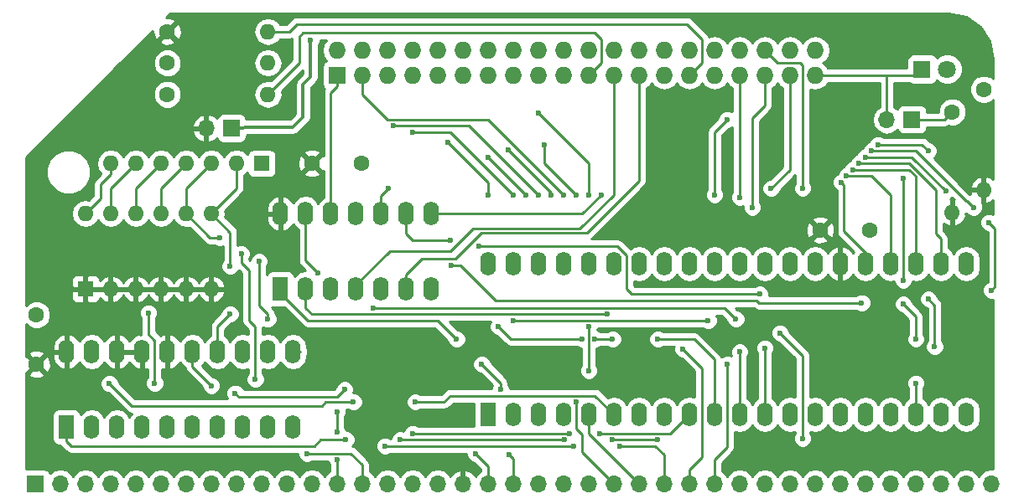
<source format=gbl>
G04 #@! TF.FileFunction,Copper,L2,Bot,Signal*
%FSLAX46Y46*%
G04 Gerber Fmt 4.6, Leading zero omitted, Abs format (unit mm)*
G04 Created by KiCad (PCBNEW 4.0.5) date 09/23/17 21:45:55*
%MOMM*%
%LPD*%
G01*
G04 APERTURE LIST*
%ADD10C,0.100000*%
%ADD11R,1.600000X2.400000*%
%ADD12O,1.600000X2.400000*%
%ADD13R,1.600000X1.600000*%
%ADD14O,1.600000X1.600000*%
%ADD15C,1.600000*%
%ADD16R,1.800000X1.800000*%
%ADD17C,1.800000*%
%ADD18R,1.700000X1.700000*%
%ADD19O,1.700000X1.700000*%
%ADD20R,1.727200X1.727200*%
%ADD21O,1.727200X1.727200*%
%ADD22C,0.600000*%
%ADD23C,0.350000*%
%ADD24C,0.250000*%
%ADD25C,0.254000*%
G04 APERTURE END LIST*
D10*
D11*
X201295000Y-144780000D03*
D12*
X249555000Y-129540000D03*
X203835000Y-144780000D03*
X247015000Y-129540000D03*
X206375000Y-144780000D03*
X244475000Y-129540000D03*
X208915000Y-144780000D03*
X241935000Y-129540000D03*
X211455000Y-144780000D03*
X239395000Y-129540000D03*
X213995000Y-144780000D03*
X236855000Y-129540000D03*
X216535000Y-144780000D03*
X234315000Y-129540000D03*
X219075000Y-144780000D03*
X231775000Y-129540000D03*
X221615000Y-144780000D03*
X229235000Y-129540000D03*
X224155000Y-144780000D03*
X226695000Y-129540000D03*
X226695000Y-144780000D03*
X224155000Y-129540000D03*
X229235000Y-144780000D03*
X221615000Y-129540000D03*
X231775000Y-144780000D03*
X219075000Y-129540000D03*
X234315000Y-144780000D03*
X216535000Y-129540000D03*
X236855000Y-144780000D03*
X213995000Y-129540000D03*
X239395000Y-144780000D03*
X211455000Y-129540000D03*
X241935000Y-144780000D03*
X208915000Y-129540000D03*
X244475000Y-144780000D03*
X206375000Y-129540000D03*
X247015000Y-144780000D03*
X203835000Y-129540000D03*
X249555000Y-144780000D03*
X201295000Y-129540000D03*
D13*
X160655000Y-132080000D03*
D14*
X173355000Y-124460000D03*
X163195000Y-132080000D03*
X170815000Y-124460000D03*
X165735000Y-132080000D03*
X168275000Y-124460000D03*
X168275000Y-132080000D03*
X165735000Y-124460000D03*
X170815000Y-132080000D03*
X163195000Y-124460000D03*
X173355000Y-132080000D03*
X160655000Y-124460000D03*
D15*
X155702000Y-139700000D03*
X155702000Y-134700000D03*
X183515000Y-119380000D03*
X188515000Y-119380000D03*
X234823000Y-126111000D03*
X239823000Y-126111000D03*
D16*
X245110000Y-109855000D03*
D17*
X247650000Y-109855000D03*
D18*
X155575000Y-151765000D03*
D19*
X158115000Y-151765000D03*
X160655000Y-151765000D03*
X163195000Y-151765000D03*
X165735000Y-151765000D03*
X168275000Y-151765000D03*
X170815000Y-151765000D03*
X173355000Y-151765000D03*
X175895000Y-151765000D03*
X178435000Y-151765000D03*
X180975000Y-151765000D03*
X183515000Y-151765000D03*
X186055000Y-151765000D03*
X188595000Y-151765000D03*
X191135000Y-151765000D03*
X193675000Y-151765000D03*
X196215000Y-151765000D03*
X198755000Y-151765000D03*
X201295000Y-151765000D03*
X203835000Y-151765000D03*
X206375000Y-151765000D03*
X208915000Y-151765000D03*
X211455000Y-151765000D03*
X213995000Y-151765000D03*
X216535000Y-151765000D03*
X219075000Y-151765000D03*
X221615000Y-151765000D03*
X224155000Y-151765000D03*
X226695000Y-151765000D03*
X229235000Y-151765000D03*
X231775000Y-151765000D03*
X234315000Y-151765000D03*
X236855000Y-151765000D03*
X239395000Y-151765000D03*
X241935000Y-151765000D03*
X244475000Y-151765000D03*
X247015000Y-151765000D03*
X249555000Y-151765000D03*
X252095000Y-151765000D03*
D20*
X186055000Y-110490000D03*
D21*
X186055000Y-107950000D03*
X188595000Y-110490000D03*
X188595000Y-107950000D03*
X191135000Y-110490000D03*
X191135000Y-107950000D03*
X193675000Y-110490000D03*
X193675000Y-107950000D03*
X196215000Y-110490000D03*
X196215000Y-107950000D03*
X198755000Y-110490000D03*
X198755000Y-107950000D03*
X201295000Y-110490000D03*
X201295000Y-107950000D03*
X203835000Y-110490000D03*
X203835000Y-107950000D03*
X206375000Y-110490000D03*
X206375000Y-107950000D03*
X208915000Y-110490000D03*
X208915000Y-107950000D03*
X211455000Y-110490000D03*
X211455000Y-107950000D03*
X213995000Y-110490000D03*
X213995000Y-107950000D03*
X216535000Y-110490000D03*
X216535000Y-107950000D03*
X219075000Y-110490000D03*
X219075000Y-107950000D03*
X221615000Y-110490000D03*
X221615000Y-107950000D03*
X224155000Y-110490000D03*
X224155000Y-107950000D03*
X226695000Y-110490000D03*
X226695000Y-107950000D03*
X229235000Y-110490000D03*
X229235000Y-107950000D03*
X231775000Y-110490000D03*
X231775000Y-107950000D03*
X234315000Y-110490000D03*
X234315000Y-107950000D03*
D15*
X251333000Y-111887000D03*
D14*
X251333000Y-122047000D03*
D15*
X248158000Y-114173000D03*
D14*
X248158000Y-124333000D03*
D15*
X168910000Y-109220000D03*
D14*
X179070000Y-109220000D03*
D15*
X168910000Y-106045000D03*
D14*
X179070000Y-106045000D03*
D13*
X178435000Y-119380000D03*
D14*
X175895000Y-119380000D03*
X173355000Y-119380000D03*
X170815000Y-119380000D03*
X168275000Y-119380000D03*
X165735000Y-119380000D03*
X163195000Y-119380000D03*
D11*
X158750000Y-146050000D03*
D12*
X181610000Y-138430000D03*
X161290000Y-146050000D03*
X179070000Y-138430000D03*
X163830000Y-146050000D03*
X176530000Y-138430000D03*
X166370000Y-146050000D03*
X173990000Y-138430000D03*
X168910000Y-146050000D03*
X171450000Y-138430000D03*
X171450000Y-146050000D03*
X168910000Y-138430000D03*
X173990000Y-146050000D03*
X166370000Y-138430000D03*
X176530000Y-146050000D03*
X163830000Y-138430000D03*
X179070000Y-146050000D03*
X161290000Y-138430000D03*
X181610000Y-146050000D03*
X158750000Y-138430000D03*
D11*
X180340000Y-132080000D03*
D12*
X195580000Y-124460000D03*
X182880000Y-132080000D03*
X193040000Y-124460000D03*
X185420000Y-132080000D03*
X190500000Y-124460000D03*
X187960000Y-132080000D03*
X187960000Y-124460000D03*
X190500000Y-132080000D03*
X185420000Y-124460000D03*
X193040000Y-132080000D03*
X182880000Y-124460000D03*
X195580000Y-132080000D03*
X180340000Y-124460000D03*
D18*
X175387000Y-115824000D03*
D19*
X172847000Y-115824000D03*
D18*
X244094000Y-114935000D03*
D19*
X241554000Y-114935000D03*
D15*
X168910000Y-112395000D03*
D14*
X179070000Y-112395000D03*
D22*
X175768000Y-142621000D03*
X173355000Y-141859000D03*
X200025000Y-148717000D03*
X186817000Y-142240000D03*
X211455000Y-135890000D03*
X211455000Y-140335000D03*
X210185000Y-143510000D03*
X186055000Y-146558000D03*
X186055000Y-144526000D03*
X186055000Y-149352000D03*
X183007000Y-148717000D03*
X209042000Y-147320000D03*
X213868000Y-147320000D03*
X218440000Y-147320000D03*
X192405000Y-147320000D03*
X212598000Y-146685000D03*
X209550000Y-146685000D03*
X193675000Y-146685000D03*
X198120000Y-137160000D03*
X200660000Y-139700000D03*
X203454000Y-148844000D03*
X202565000Y-142240000D03*
X190881000Y-147955000D03*
X186944000Y-147320000D03*
X214620000Y-147955000D03*
X209931000Y-147955000D03*
X220980000Y-138176000D03*
X225425000Y-139700000D03*
X230759000Y-136525000D03*
X233045000Y-147193000D03*
X208915000Y-122555000D03*
X236982000Y-121285000D03*
X191770000Y-115570000D03*
X206375000Y-122555000D03*
X237490000Y-120650000D03*
X203835000Y-122555000D03*
X193675000Y-116205000D03*
X238125000Y-120015000D03*
X201295000Y-122555000D03*
X197231000Y-117221000D03*
X238760000Y-119380000D03*
X205105000Y-122555000D03*
X201295000Y-118745000D03*
X247523000Y-122174000D03*
X239395000Y-118745000D03*
X203327000Y-117983000D03*
X207645000Y-122555000D03*
X252095000Y-132207000D03*
X250317000Y-123825000D03*
X251841000Y-125349000D03*
X240030000Y-118110000D03*
X210185000Y-122555000D03*
X207010000Y-117475000D03*
X246380000Y-137922000D03*
X245745000Y-133096000D03*
X245745000Y-118110000D03*
X240665000Y-117475000D03*
X211455000Y-122555000D03*
X206375000Y-114300000D03*
X244475000Y-141605000D03*
X244475000Y-137160000D03*
X243205000Y-131191000D03*
X243205000Y-120904000D03*
X243205000Y-133604000D03*
X183388000Y-106934000D03*
X226695000Y-122809000D03*
X227965000Y-123825000D03*
X233045000Y-121920000D03*
X229870000Y-121920000D03*
X191262000Y-121920000D03*
X225425000Y-114935000D03*
X224155000Y-122555000D03*
X212725000Y-122555000D03*
X175260000Y-134620000D03*
X175260000Y-129794000D03*
X179070000Y-135128000D03*
X178181000Y-129286000D03*
X174244000Y-126873000D03*
X177800000Y-141224000D03*
X176403000Y-128524000D03*
X167005000Y-134493000D03*
X167640000Y-141605000D03*
X163068000Y-141658000D03*
X187706000Y-143510000D03*
X193929000Y-143510000D03*
X202311000Y-135890000D03*
X213868000Y-137160000D03*
X218440000Y-137160000D03*
X184150000Y-130429000D03*
X210820000Y-137160000D03*
X212090000Y-137160000D03*
X223520000Y-135255000D03*
X226695000Y-138430000D03*
X203835000Y-135255000D03*
X229235000Y-138049000D03*
X226314000Y-135128000D03*
X189738000Y-133985000D03*
X228737000Y-132598000D03*
X200406000Y-127762000D03*
X197485000Y-127127000D03*
X213360000Y-134620000D03*
X239014000Y-133477000D03*
X197612000Y-129667000D03*
D23*
X180340000Y-124460000D02*
X180340000Y-123952000D01*
D24*
X177165000Y-143002000D02*
X176149000Y-143002000D01*
X176149000Y-143002000D02*
X175768000Y-142621000D01*
X177165000Y-143002000D02*
X186055000Y-143002000D01*
X171450000Y-139954000D02*
X173355000Y-141859000D01*
X171450000Y-138430000D02*
X171450000Y-139954000D01*
X186055000Y-143002000D02*
X186817000Y-142240000D01*
X201295000Y-151765000D02*
X201295000Y-149987000D01*
X201295000Y-149987000D02*
X200025000Y-148717000D01*
X210185000Y-143510000D02*
X210185000Y-146177000D01*
X210185000Y-146177000D02*
X210820000Y-146812000D01*
X210820000Y-146812000D02*
X210820000Y-148590000D01*
X210820000Y-148590000D02*
X213995000Y-151765000D01*
X211455000Y-140335000D02*
X211455000Y-135890000D01*
X216535000Y-151765000D02*
X211455000Y-146685000D01*
X211455000Y-146685000D02*
X211455000Y-144780000D01*
X234315000Y-110490000D02*
X241554000Y-110490000D01*
X241554000Y-110490000D02*
X244475000Y-110490000D01*
X241554000Y-114935000D02*
X241554000Y-110490000D01*
X244475000Y-110490000D02*
X245110000Y-109855000D01*
X186055000Y-144526000D02*
X186055000Y-146558000D01*
X182372000Y-138430000D02*
X181610000Y-138430000D01*
X186055000Y-149352000D02*
X186055000Y-151765000D01*
X183007000Y-148717000D02*
X187452000Y-148717000D01*
X187452000Y-148717000D02*
X188595000Y-149860000D01*
X188595000Y-149860000D02*
X188595000Y-151765000D01*
X192405000Y-147320000D02*
X206502000Y-147320000D01*
X206502000Y-147320000D02*
X209042000Y-147320000D01*
X218440000Y-147320000D02*
X213868000Y-147320000D01*
X213116000Y-146685000D02*
X212598000Y-146685000D01*
X217805000Y-146685000D02*
X213116000Y-146685000D01*
X213116000Y-146685000D02*
X213106000Y-146695000D01*
X217805000Y-146685000D02*
X219710000Y-146685000D01*
X219710000Y-146685000D02*
X221615000Y-144780000D01*
X193675000Y-146685000D02*
X209550000Y-146685000D01*
X198120000Y-137160000D02*
X196215000Y-135255000D01*
X196215000Y-135255000D02*
X183115000Y-135255000D01*
X183115000Y-135255000D02*
X180340000Y-132480000D01*
X180340000Y-132480000D02*
X180340000Y-132080000D01*
X202565000Y-141605000D02*
X200660000Y-139700000D01*
X203454000Y-148844000D02*
X203835000Y-149225000D01*
X203835000Y-149225000D02*
X203835000Y-151765000D01*
X202565000Y-142240000D02*
X202565000Y-141605000D01*
X190881000Y-147955000D02*
X208466313Y-147955000D01*
X208466313Y-147955000D02*
X209931000Y-147955000D01*
X186944000Y-147320000D02*
X184404000Y-147320000D01*
X214620000Y-147955000D02*
X218176000Y-147955000D01*
X218176000Y-147955000D02*
X218186000Y-147945000D01*
X219075000Y-151765000D02*
X219075000Y-148834000D01*
X219075000Y-148834000D02*
X218186000Y-147945000D01*
X158750000Y-146050000D02*
X158750000Y-147500000D01*
X158750000Y-147500000D02*
X159205000Y-147955000D01*
X159205000Y-147955000D02*
X183769000Y-147955000D01*
X183769000Y-147955000D02*
X184404000Y-147320000D01*
X220980000Y-138176000D02*
X222885000Y-140081000D01*
X222885000Y-140081000D02*
X222885000Y-149098000D01*
X222885000Y-149098000D02*
X221615000Y-150368000D01*
X221615000Y-150368000D02*
X221615000Y-151765000D01*
X224155000Y-151765000D02*
X224155000Y-149352000D01*
X224155000Y-149352000D02*
X225425000Y-148082000D01*
X225425000Y-148082000D02*
X225425000Y-139700000D01*
X233045000Y-138811000D02*
X230759000Y-136525000D01*
X233045000Y-147193000D02*
X233045000Y-138811000D01*
X185420000Y-112238600D02*
X185420000Y-124460000D01*
X186055000Y-110490000D02*
X186055000Y-111603600D01*
X186055000Y-111603600D02*
X185420000Y-112238600D01*
X191135000Y-114935000D02*
X201295000Y-114935000D01*
X201295000Y-114935000D02*
X208915000Y-122555000D01*
X188595000Y-112395000D02*
X191135000Y-114935000D01*
X188595000Y-110490000D02*
X188595000Y-112395000D01*
X237236000Y-126249630D02*
X237236000Y-121539000D01*
X237236000Y-121539000D02*
X236982000Y-121285000D01*
X239395000Y-129540000D02*
X239395000Y-128408630D01*
X239395000Y-128408630D02*
X237236000Y-126249630D01*
X199390000Y-115570000D02*
X191770000Y-115570000D01*
X206375000Y-122555000D02*
X199390000Y-115570000D01*
X240030000Y-120650000D02*
X241935000Y-122555000D01*
X241935000Y-122555000D02*
X241935000Y-129540000D01*
X237490000Y-120650000D02*
X240030000Y-120650000D01*
X203835000Y-122555000D02*
X197485000Y-116205000D01*
X197485000Y-116205000D02*
X193675000Y-116205000D01*
X243838590Y-120015000D02*
X244475000Y-120651410D01*
X244475000Y-120651410D02*
X244475000Y-129540000D01*
X238125000Y-120015000D02*
X243838590Y-120015000D01*
X201295000Y-121285000D02*
X197231000Y-117221000D01*
X201295000Y-121412000D02*
X201295000Y-121285000D01*
X201295000Y-122555000D02*
X201295000Y-121412000D01*
X201295000Y-121671116D02*
X201295000Y-122555000D01*
X243840000Y-119380000D02*
X246507000Y-122047000D01*
X247015000Y-127000000D02*
X247015000Y-129540000D01*
X246507000Y-122047000D02*
X246507000Y-126492000D01*
X246507000Y-126492000D02*
X247015000Y-127000000D01*
X238760000Y-119380000D02*
X243840000Y-119380000D01*
X201295000Y-118745000D02*
X205105000Y-122555000D01*
X239395000Y-118745000D02*
X244094000Y-118745000D01*
X244094000Y-118745000D02*
X247523000Y-122174000D01*
X203327000Y-117983000D02*
X207645000Y-122301000D01*
X207645000Y-122301000D02*
X207645000Y-122306116D01*
X207645000Y-122306116D02*
X207645000Y-122555000D01*
X250317000Y-123825000D02*
X249682000Y-123190000D01*
X249682000Y-123190000D02*
X249555000Y-123190000D01*
X252476000Y-129540000D02*
X252476000Y-125984000D01*
X252476000Y-125984000D02*
X251841000Y-125349000D01*
X252476000Y-131826000D02*
X252476000Y-129540000D01*
X252095000Y-132207000D02*
X252476000Y-131826000D01*
X244475000Y-118110000D02*
X240030000Y-118110000D01*
X249555000Y-123190000D02*
X244475000Y-118110000D01*
X207010000Y-119380000D02*
X210185000Y-122555000D01*
X207010000Y-117475000D02*
X207010000Y-119380000D01*
X245745000Y-133096000D02*
X246380000Y-133731000D01*
X246380000Y-133731000D02*
X246380000Y-137922000D01*
X240665000Y-117475000D02*
X245110000Y-117475000D01*
X245110000Y-117475000D02*
X245745000Y-118110000D01*
X206375000Y-114300000D02*
X211455000Y-119380000D01*
X211455000Y-119380000D02*
X211455000Y-122555000D01*
X244475000Y-144780000D02*
X244475000Y-141605000D01*
X244475000Y-137160000D02*
X244475000Y-134874000D01*
X243205000Y-120904000D02*
X243205000Y-131191000D01*
X244475000Y-134874000D02*
X243205000Y-133604000D01*
D23*
X175387000Y-115824000D02*
X176587000Y-115824000D01*
X176587000Y-115824000D02*
X176714000Y-115697000D01*
X176714000Y-115697000D02*
X181610000Y-115697000D01*
X181610000Y-115697000D02*
X182626000Y-114681000D01*
X182626000Y-114681000D02*
X182626000Y-111379000D01*
X182626000Y-111379000D02*
X183388000Y-110617000D01*
X183388000Y-110617000D02*
X183388000Y-106934000D01*
D24*
X179070000Y-112395000D02*
X182245000Y-109220000D01*
X182245000Y-106553000D02*
X182245000Y-109220000D01*
X182626000Y-106172000D02*
X182245000Y-106553000D01*
X212090000Y-106172000D02*
X182626000Y-106172000D01*
X211455000Y-110490000D02*
X212725000Y-109220000D01*
X212725000Y-109220000D02*
X212725000Y-106807000D01*
X212725000Y-106807000D02*
X212090000Y-106172000D01*
X213995000Y-110490000D02*
X213995000Y-122555000D01*
X213995000Y-122555000D02*
X210564990Y-125985010D01*
X210564990Y-125985010D02*
X199769990Y-125985010D01*
X199769990Y-125985010D02*
X197485000Y-128270000D01*
X191370000Y-128270000D02*
X187960000Y-131680000D01*
X197485000Y-128270000D02*
X191370000Y-128270000D01*
X187960000Y-131680000D02*
X187960000Y-132080000D01*
X194691000Y-129032000D02*
X197993000Y-129032000D01*
X193040000Y-132080000D02*
X193040000Y-130630000D01*
X193040000Y-130630000D02*
X194638000Y-129032000D01*
X194638000Y-129032000D02*
X194691000Y-129032000D01*
X211257980Y-126435020D02*
X216535000Y-121158000D01*
X216535000Y-121158000D02*
X216535000Y-110490000D01*
X197993000Y-129032000D02*
X200589980Y-126435020D01*
X200589980Y-126435020D02*
X211257980Y-126435020D01*
X179070000Y-106045000D02*
X181229000Y-106045000D01*
X222885000Y-106807000D02*
X222885000Y-109220000D01*
X181229000Y-106045000D02*
X181991000Y-105283000D01*
X221361000Y-105283000D02*
X222885000Y-106807000D01*
X222885000Y-109220000D02*
X221615000Y-110490000D01*
X181991000Y-105283000D02*
X221361000Y-105283000D01*
X226695000Y-122164000D02*
X226695000Y-122809000D01*
X226695000Y-122164000D02*
X226695000Y-110490000D01*
X226949000Y-110744000D02*
X226695000Y-110490000D01*
X227965000Y-123063000D02*
X227965000Y-123825000D01*
X229235000Y-113538000D02*
X229235000Y-110490000D01*
X227965000Y-114808000D02*
X229235000Y-113538000D01*
X227965000Y-123063000D02*
X227965000Y-114808000D01*
X229235000Y-107950000D02*
X230505000Y-109220000D01*
X230505000Y-109220000D02*
X232791000Y-109220000D01*
X232791000Y-109220000D02*
X233045000Y-109474000D01*
X233045000Y-109474000D02*
X233045000Y-121920000D01*
X190500000Y-124460000D02*
X190500000Y-122682000D01*
X190500000Y-122682000D02*
X191262000Y-121920000D01*
X231775000Y-120015000D02*
X231775000Y-110490000D01*
X229870000Y-121920000D02*
X231775000Y-120015000D01*
X224155000Y-122555000D02*
X224155000Y-116205000D01*
X224155000Y-116205000D02*
X225425000Y-114935000D01*
X210820000Y-124460000D02*
X212725000Y-122555000D01*
X200215500Y-124460000D02*
X210820000Y-124460000D01*
X196630000Y-124460000D02*
X200215500Y-124460000D01*
X195580000Y-124460000D02*
X196630000Y-124460000D01*
X175260000Y-126365000D02*
X175260000Y-129794000D01*
X173355000Y-124460000D02*
X175895000Y-121920000D01*
X175895000Y-121920000D02*
X175895000Y-119380000D01*
X173355000Y-124460000D02*
X175260000Y-126365000D01*
X173990000Y-135890000D02*
X173990000Y-138430000D01*
X175260000Y-134620000D02*
X173990000Y-135890000D01*
X179070000Y-134620000D02*
X179070000Y-135128000D01*
X178181000Y-129286000D02*
X178181000Y-133731000D01*
X178181000Y-133731000D02*
X179070000Y-134620000D01*
X170815000Y-124460000D02*
X173228000Y-126873000D01*
X173228000Y-126873000D02*
X174244000Y-126873000D01*
X173355000Y-119380000D02*
X170815000Y-121920000D01*
X170815000Y-121920000D02*
X170815000Y-124460000D01*
X177800000Y-140843000D02*
X177800000Y-141224000D01*
X177800000Y-139446000D02*
X177800000Y-140843000D01*
X177800000Y-140843000D02*
X177800000Y-140899058D01*
X177800000Y-139151004D02*
X177800000Y-139446000D01*
X177800000Y-135890000D02*
X177800000Y-139151004D01*
X177165000Y-135255000D02*
X177800000Y-135890000D01*
X177165000Y-134620000D02*
X177165000Y-135255000D01*
X176403000Y-129413000D02*
X177165000Y-130175000D01*
X177165000Y-130175000D02*
X177165000Y-134620000D01*
X176403000Y-128524000D02*
X176403000Y-129413000D01*
X170815000Y-119380000D02*
X168275000Y-121920000D01*
X168275000Y-121920000D02*
X168275000Y-124460000D01*
X168275000Y-119380000D02*
X165735000Y-121920000D01*
X165735000Y-121920000D02*
X165735000Y-124460000D01*
X165735000Y-119380000D02*
X163195000Y-121920000D01*
X163195000Y-121920000D02*
X163195000Y-124460000D01*
X167640000Y-137287000D02*
X167640000Y-141605000D01*
X167005000Y-136652000D02*
X167640000Y-137287000D01*
X167005000Y-134493000D02*
X167005000Y-136652000D01*
X162179000Y-121527370D02*
X162179000Y-122936000D01*
X162179000Y-122936000D02*
X160655000Y-124460000D01*
X163195000Y-119380000D02*
X163195000Y-120511370D01*
X163195000Y-120511370D02*
X162179000Y-121527370D01*
X187706000Y-143510000D02*
X184912000Y-143510000D01*
X184912000Y-143510000D02*
X184521001Y-143900999D01*
X184521001Y-143900999D02*
X165310999Y-143900999D01*
X165310999Y-143900999D02*
X164920000Y-143510000D01*
X164920000Y-143510000D02*
X163068000Y-141658000D01*
X193929000Y-143510000D02*
X196850000Y-143510000D01*
X196850000Y-143510000D02*
X197485000Y-142875000D01*
X197485000Y-142875000D02*
X212090000Y-142875000D01*
X212090000Y-142875000D02*
X213995000Y-144780000D01*
X210820000Y-137160000D02*
X203708000Y-137160000D01*
X202311000Y-135890000D02*
X203581000Y-137160000D01*
X203581000Y-137160000D02*
X203708000Y-137160000D01*
X213868000Y-137160000D02*
X212090000Y-137160000D01*
X222123000Y-137160000D02*
X218440000Y-137160000D01*
X184150000Y-130429000D02*
X182880000Y-129159000D01*
X182880000Y-129159000D02*
X182880000Y-124460000D01*
X222123000Y-137160000D02*
X224155000Y-139192000D01*
X224155000Y-139192000D02*
X224155000Y-144780000D01*
X203835000Y-135255000D02*
X223520000Y-135255000D01*
X226695000Y-138430000D02*
X226695000Y-144780000D01*
X229235000Y-138049000D02*
X229235000Y-144780000D01*
X189738000Y-133985000D02*
X225171000Y-133985000D01*
X225171000Y-133985000D02*
X226314000Y-135128000D01*
X200406000Y-127762000D02*
X214376000Y-127762000D01*
X214376000Y-127762000D02*
X215265000Y-128651000D01*
X215265000Y-128651000D02*
X215265000Y-132080000D01*
X215265000Y-132080000D02*
X215783000Y-132598000D01*
X215783000Y-132598000D02*
X219974000Y-132598000D01*
X219974000Y-132598000D02*
X228737000Y-132598000D01*
X193040000Y-126492000D02*
X193675000Y-127127000D01*
X193675000Y-127127000D02*
X197485000Y-127127000D01*
X193040000Y-124860000D02*
X193040000Y-126492000D01*
X193040000Y-124460000D02*
X193040000Y-124860000D01*
X183515000Y-134620000D02*
X213360000Y-134620000D01*
X182880000Y-133985000D02*
X183515000Y-134620000D01*
X182880000Y-132480000D02*
X182880000Y-133985000D01*
X182880000Y-132080000D02*
X182880000Y-132480000D01*
X198501000Y-129667000D02*
X197612000Y-129667000D01*
X228219000Y-133223000D02*
X202057000Y-133223000D01*
X202057000Y-133223000D02*
X198501000Y-129667000D01*
X228382002Y-133223000D02*
X228219000Y-133223000D01*
X239014000Y-133477000D02*
X228636002Y-133477000D01*
X228636002Y-133477000D02*
X228382002Y-133223000D01*
X244094000Y-114935000D02*
X247396000Y-114935000D01*
X247396000Y-114935000D02*
X248158000Y-114173000D01*
D25*
G36*
X249523673Y-104568110D02*
X250969332Y-105534068D01*
X251935290Y-106979727D01*
X252290000Y-108762971D01*
X252290000Y-110814503D01*
X252146923Y-110671176D01*
X251619691Y-110452250D01*
X251048813Y-110451752D01*
X250521200Y-110669757D01*
X250117176Y-111073077D01*
X249898250Y-111600309D01*
X249897752Y-112171187D01*
X250115757Y-112698800D01*
X250519077Y-113102824D01*
X251046309Y-113321750D01*
X251617187Y-113322248D01*
X252144800Y-113104243D01*
X252290000Y-112959296D01*
X252290000Y-121014868D01*
X252070423Y-120815959D01*
X251682039Y-120655096D01*
X251460000Y-120777085D01*
X251460000Y-121920000D01*
X251480000Y-121920000D01*
X251480000Y-122174000D01*
X251460000Y-122174000D01*
X251460000Y-123316915D01*
X251682039Y-123438904D01*
X252070423Y-123278041D01*
X252290000Y-123079132D01*
X252290000Y-124523038D01*
X252027799Y-124414162D01*
X251655833Y-124413838D01*
X251312057Y-124555883D01*
X251048808Y-124818673D01*
X250906162Y-125162201D01*
X250905838Y-125534167D01*
X251047883Y-125877943D01*
X251310673Y-126141192D01*
X251654201Y-126283838D01*
X251701077Y-126283879D01*
X251716000Y-126298802D01*
X251716000Y-131351928D01*
X251566057Y-131413883D01*
X251302808Y-131676673D01*
X251160162Y-132020201D01*
X251159838Y-132392167D01*
X251301883Y-132735943D01*
X251564673Y-132999192D01*
X251908201Y-133141838D01*
X252280167Y-133142162D01*
X252290000Y-133138099D01*
X252290000Y-150289695D01*
X252095000Y-150250907D01*
X251526715Y-150363946D01*
X251044946Y-150685853D01*
X250825000Y-151015026D01*
X250605054Y-150685853D01*
X250123285Y-150363946D01*
X249555000Y-150250907D01*
X248986715Y-150363946D01*
X248504946Y-150685853D01*
X248285000Y-151015026D01*
X248065054Y-150685853D01*
X247583285Y-150363946D01*
X247015000Y-150250907D01*
X246446715Y-150363946D01*
X245964946Y-150685853D01*
X245745000Y-151015026D01*
X245525054Y-150685853D01*
X245043285Y-150363946D01*
X244475000Y-150250907D01*
X243906715Y-150363946D01*
X243424946Y-150685853D01*
X243205000Y-151015026D01*
X242985054Y-150685853D01*
X242503285Y-150363946D01*
X241935000Y-150250907D01*
X241366715Y-150363946D01*
X240884946Y-150685853D01*
X240665000Y-151015026D01*
X240445054Y-150685853D01*
X239963285Y-150363946D01*
X239395000Y-150250907D01*
X238826715Y-150363946D01*
X238344946Y-150685853D01*
X238125000Y-151015026D01*
X237905054Y-150685853D01*
X237423285Y-150363946D01*
X236855000Y-150250907D01*
X236286715Y-150363946D01*
X235804946Y-150685853D01*
X235585000Y-151015026D01*
X235365054Y-150685853D01*
X234883285Y-150363946D01*
X234315000Y-150250907D01*
X233746715Y-150363946D01*
X233264946Y-150685853D01*
X233045000Y-151015026D01*
X232825054Y-150685853D01*
X232343285Y-150363946D01*
X231775000Y-150250907D01*
X231206715Y-150363946D01*
X230724946Y-150685853D01*
X230505000Y-151015026D01*
X230285054Y-150685853D01*
X229803285Y-150363946D01*
X229235000Y-150250907D01*
X228666715Y-150363946D01*
X228184946Y-150685853D01*
X227965000Y-151015026D01*
X227745054Y-150685853D01*
X227263285Y-150363946D01*
X226695000Y-150250907D01*
X226126715Y-150363946D01*
X225644946Y-150685853D01*
X225425000Y-151015026D01*
X225205054Y-150685853D01*
X224915000Y-150492046D01*
X224915000Y-149666802D01*
X225962401Y-148619401D01*
X226127148Y-148372840D01*
X226185000Y-148082000D01*
X226185000Y-146549505D01*
X226695000Y-146650950D01*
X227244151Y-146541717D01*
X227709698Y-146230648D01*
X227965000Y-145848562D01*
X228220302Y-146230648D01*
X228685849Y-146541717D01*
X229235000Y-146650950D01*
X229784151Y-146541717D01*
X230249698Y-146230648D01*
X230505000Y-145848562D01*
X230760302Y-146230648D01*
X231225849Y-146541717D01*
X231775000Y-146650950D01*
X232285000Y-146549505D01*
X232285000Y-146630537D01*
X232252808Y-146662673D01*
X232110162Y-147006201D01*
X232109838Y-147378167D01*
X232251883Y-147721943D01*
X232514673Y-147985192D01*
X232858201Y-148127838D01*
X233230167Y-148128162D01*
X233573943Y-147986117D01*
X233837192Y-147723327D01*
X233979838Y-147379799D01*
X233980162Y-147007833D01*
X233838117Y-146664057D01*
X233805000Y-146630882D01*
X233805000Y-146549505D01*
X234315000Y-146650950D01*
X234864151Y-146541717D01*
X235329698Y-146230648D01*
X235585000Y-145848562D01*
X235840302Y-146230648D01*
X236305849Y-146541717D01*
X236855000Y-146650950D01*
X237404151Y-146541717D01*
X237869698Y-146230648D01*
X238125000Y-145848562D01*
X238380302Y-146230648D01*
X238845849Y-146541717D01*
X239395000Y-146650950D01*
X239944151Y-146541717D01*
X240409698Y-146230648D01*
X240665000Y-145848562D01*
X240920302Y-146230648D01*
X241385849Y-146541717D01*
X241935000Y-146650950D01*
X242484151Y-146541717D01*
X242949698Y-146230648D01*
X243205000Y-145848562D01*
X243460302Y-146230648D01*
X243925849Y-146541717D01*
X244475000Y-146650950D01*
X245024151Y-146541717D01*
X245489698Y-146230648D01*
X245745000Y-145848562D01*
X246000302Y-146230648D01*
X246465849Y-146541717D01*
X247015000Y-146650950D01*
X247564151Y-146541717D01*
X248029698Y-146230648D01*
X248285000Y-145848562D01*
X248540302Y-146230648D01*
X249005849Y-146541717D01*
X249555000Y-146650950D01*
X250104151Y-146541717D01*
X250569698Y-146230648D01*
X250880767Y-145765101D01*
X250990000Y-145215950D01*
X250990000Y-144344050D01*
X250880767Y-143794899D01*
X250569698Y-143329352D01*
X250104151Y-143018283D01*
X249555000Y-142909050D01*
X249005849Y-143018283D01*
X248540302Y-143329352D01*
X248285000Y-143711438D01*
X248029698Y-143329352D01*
X247564151Y-143018283D01*
X247015000Y-142909050D01*
X246465849Y-143018283D01*
X246000302Y-143329352D01*
X245745000Y-143711438D01*
X245489698Y-143329352D01*
X245235000Y-143159168D01*
X245235000Y-142167463D01*
X245267192Y-142135327D01*
X245409838Y-141791799D01*
X245410162Y-141419833D01*
X245268117Y-141076057D01*
X245005327Y-140812808D01*
X244661799Y-140670162D01*
X244289833Y-140669838D01*
X243946057Y-140811883D01*
X243682808Y-141074673D01*
X243540162Y-141418201D01*
X243539838Y-141790167D01*
X243681883Y-142133943D01*
X243715000Y-142167118D01*
X243715000Y-143159168D01*
X243460302Y-143329352D01*
X243205000Y-143711438D01*
X242949698Y-143329352D01*
X242484151Y-143018283D01*
X241935000Y-142909050D01*
X241385849Y-143018283D01*
X240920302Y-143329352D01*
X240665000Y-143711438D01*
X240409698Y-143329352D01*
X239944151Y-143018283D01*
X239395000Y-142909050D01*
X238845849Y-143018283D01*
X238380302Y-143329352D01*
X238125000Y-143711438D01*
X237869698Y-143329352D01*
X237404151Y-143018283D01*
X236855000Y-142909050D01*
X236305849Y-143018283D01*
X235840302Y-143329352D01*
X235585000Y-143711438D01*
X235329698Y-143329352D01*
X234864151Y-143018283D01*
X234315000Y-142909050D01*
X233805000Y-143010495D01*
X233805000Y-138811000D01*
X233773890Y-138654599D01*
X233747148Y-138520160D01*
X233582401Y-138273599D01*
X231694122Y-136385320D01*
X231694162Y-136339833D01*
X231552117Y-135996057D01*
X231289327Y-135732808D01*
X230945799Y-135590162D01*
X230573833Y-135589838D01*
X230230057Y-135731883D01*
X229966808Y-135994673D01*
X229824162Y-136338201D01*
X229823838Y-136710167D01*
X229965883Y-137053943D01*
X230228673Y-137317192D01*
X230572201Y-137459838D01*
X230619077Y-137459879D01*
X232285000Y-139125802D01*
X232285000Y-143010495D01*
X231775000Y-142909050D01*
X231225849Y-143018283D01*
X230760302Y-143329352D01*
X230505000Y-143711438D01*
X230249698Y-143329352D01*
X229995000Y-143159168D01*
X229995000Y-138611463D01*
X230027192Y-138579327D01*
X230169838Y-138235799D01*
X230170162Y-137863833D01*
X230028117Y-137520057D01*
X229765327Y-137256808D01*
X229421799Y-137114162D01*
X229049833Y-137113838D01*
X228706057Y-137255883D01*
X228442808Y-137518673D01*
X228300162Y-137862201D01*
X228299838Y-138234167D01*
X228441883Y-138577943D01*
X228475000Y-138611118D01*
X228475000Y-143159168D01*
X228220302Y-143329352D01*
X227965000Y-143711438D01*
X227709698Y-143329352D01*
X227455000Y-143159168D01*
X227455000Y-138992463D01*
X227487192Y-138960327D01*
X227629838Y-138616799D01*
X227630162Y-138244833D01*
X227488117Y-137901057D01*
X227225327Y-137637808D01*
X226881799Y-137495162D01*
X226509833Y-137494838D01*
X226166057Y-137636883D01*
X225902808Y-137899673D01*
X225760162Y-138243201D01*
X225759838Y-138615167D01*
X225865310Y-138870430D01*
X225611799Y-138765162D01*
X225239833Y-138764838D01*
X224896057Y-138906883D01*
X224864544Y-138938341D01*
X224857148Y-138901161D01*
X224692401Y-138654599D01*
X222660401Y-136622599D01*
X222413839Y-136457852D01*
X222123000Y-136400000D01*
X219002463Y-136400000D01*
X218970327Y-136367808D01*
X218626799Y-136225162D01*
X218254833Y-136224838D01*
X217911057Y-136366883D01*
X217647808Y-136629673D01*
X217505162Y-136973201D01*
X217504838Y-137345167D01*
X217646883Y-137688943D01*
X217909673Y-137952192D01*
X218253201Y-138094838D01*
X218625167Y-138095162D01*
X218968943Y-137953117D01*
X219002118Y-137920000D01*
X220073897Y-137920000D01*
X220045162Y-137989201D01*
X220044838Y-138361167D01*
X220186883Y-138704943D01*
X220449673Y-138968192D01*
X220793201Y-139110838D01*
X220840077Y-139110879D01*
X222125000Y-140395802D01*
X222125000Y-143010495D01*
X221615000Y-142909050D01*
X221065849Y-143018283D01*
X220600302Y-143329352D01*
X220345000Y-143711438D01*
X220089698Y-143329352D01*
X219624151Y-143018283D01*
X219075000Y-142909050D01*
X218525849Y-143018283D01*
X218060302Y-143329352D01*
X217805000Y-143711438D01*
X217549698Y-143329352D01*
X217084151Y-143018283D01*
X216535000Y-142909050D01*
X215985849Y-143018283D01*
X215520302Y-143329352D01*
X215265000Y-143711438D01*
X215009698Y-143329352D01*
X214544151Y-143018283D01*
X213995000Y-142909050D01*
X213445849Y-143018283D01*
X213363266Y-143073464D01*
X212627401Y-142337599D01*
X212380839Y-142172852D01*
X212090000Y-142115000D01*
X203500110Y-142115000D01*
X203500162Y-142054833D01*
X203358117Y-141711057D01*
X203325000Y-141677882D01*
X203325000Y-141605000D01*
X203267148Y-141314161D01*
X203102401Y-141067599D01*
X201595122Y-139560320D01*
X201595162Y-139514833D01*
X201453117Y-139171057D01*
X201190327Y-138907808D01*
X200846799Y-138765162D01*
X200474833Y-138764838D01*
X200131057Y-138906883D01*
X199867808Y-139169673D01*
X199725162Y-139513201D01*
X199724838Y-139885167D01*
X199866883Y-140228943D01*
X200129673Y-140492192D01*
X200473201Y-140634838D01*
X200520077Y-140634879D01*
X201720600Y-141835402D01*
X201630162Y-142053201D01*
X201630108Y-142115000D01*
X197485000Y-142115000D01*
X197194161Y-142172852D01*
X196947599Y-142337599D01*
X196535198Y-142750000D01*
X194491463Y-142750000D01*
X194459327Y-142717808D01*
X194115799Y-142575162D01*
X193743833Y-142574838D01*
X193400057Y-142716883D01*
X193136808Y-142979673D01*
X192994162Y-143323201D01*
X192993838Y-143695167D01*
X193135883Y-144038943D01*
X193398673Y-144302192D01*
X193742201Y-144444838D01*
X194114167Y-144445162D01*
X194457943Y-144303117D01*
X194491118Y-144270000D01*
X196850000Y-144270000D01*
X197140839Y-144212148D01*
X197387401Y-144047401D01*
X197799802Y-143635000D01*
X199847560Y-143635000D01*
X199847560Y-145925000D01*
X194237463Y-145925000D01*
X194205327Y-145892808D01*
X193861799Y-145750162D01*
X193489833Y-145749838D01*
X193146057Y-145891883D01*
X192882808Y-146154673D01*
X192758378Y-146454332D01*
X192591799Y-146385162D01*
X192219833Y-146384838D01*
X191876057Y-146526883D01*
X191612808Y-146789673D01*
X191470162Y-147133201D01*
X191470108Y-147195000D01*
X191443463Y-147195000D01*
X191411327Y-147162808D01*
X191067799Y-147020162D01*
X190695833Y-147019838D01*
X190352057Y-147161883D01*
X190088808Y-147424673D01*
X189946162Y-147768201D01*
X189945838Y-148140167D01*
X190087883Y-148483943D01*
X190350673Y-148747192D01*
X190694201Y-148889838D01*
X191066167Y-148890162D01*
X191409943Y-148748117D01*
X191443118Y-148715000D01*
X199090001Y-148715000D01*
X199089838Y-148902167D01*
X199231883Y-149245943D01*
X199494673Y-149509192D01*
X199838201Y-149651838D01*
X199885077Y-149651879D01*
X200535000Y-150301802D01*
X200535000Y-150492046D01*
X200244946Y-150685853D01*
X200017298Y-151026553D01*
X199950183Y-150883642D01*
X199521924Y-150493355D01*
X199111890Y-150323524D01*
X198882000Y-150444845D01*
X198882000Y-151638000D01*
X198902000Y-151638000D01*
X198902000Y-151892000D01*
X198882000Y-151892000D01*
X198882000Y-151912000D01*
X198628000Y-151912000D01*
X198628000Y-151892000D01*
X198608000Y-151892000D01*
X198608000Y-151638000D01*
X198628000Y-151638000D01*
X198628000Y-150444845D01*
X198398110Y-150323524D01*
X197988076Y-150493355D01*
X197559817Y-150883642D01*
X197492702Y-151026553D01*
X197265054Y-150685853D01*
X196783285Y-150363946D01*
X196215000Y-150250907D01*
X195646715Y-150363946D01*
X195164946Y-150685853D01*
X194945000Y-151015026D01*
X194725054Y-150685853D01*
X194243285Y-150363946D01*
X193675000Y-150250907D01*
X193106715Y-150363946D01*
X192624946Y-150685853D01*
X192405000Y-151015026D01*
X192185054Y-150685853D01*
X191703285Y-150363946D01*
X191135000Y-150250907D01*
X190566715Y-150363946D01*
X190084946Y-150685853D01*
X189865000Y-151015026D01*
X189645054Y-150685853D01*
X189355000Y-150492046D01*
X189355000Y-149860000D01*
X189297148Y-149569161D01*
X189132401Y-149322599D01*
X187989401Y-148179599D01*
X187742839Y-148014852D01*
X187599868Y-147986413D01*
X187736192Y-147850327D01*
X187878838Y-147506799D01*
X187879162Y-147134833D01*
X187737117Y-146791057D01*
X187474327Y-146527808D01*
X187130799Y-146385162D01*
X186990151Y-146385039D01*
X186990162Y-146372833D01*
X186848117Y-146029057D01*
X186815000Y-145995882D01*
X186815000Y-145088463D01*
X186847192Y-145056327D01*
X186989838Y-144712799D01*
X186990162Y-144340833D01*
X186960894Y-144270000D01*
X187143537Y-144270000D01*
X187175673Y-144302192D01*
X187519201Y-144444838D01*
X187891167Y-144445162D01*
X188234943Y-144303117D01*
X188498192Y-144040327D01*
X188640838Y-143696799D01*
X188641162Y-143324833D01*
X188499117Y-142981057D01*
X188236327Y-142717808D01*
X187892799Y-142575162D01*
X187690305Y-142574986D01*
X187751838Y-142426799D01*
X187752162Y-142054833D01*
X187610117Y-141711057D01*
X187347327Y-141447808D01*
X187003799Y-141305162D01*
X186631833Y-141304838D01*
X186288057Y-141446883D01*
X186024808Y-141709673D01*
X185882162Y-142053201D01*
X185882121Y-142100077D01*
X185740198Y-142242000D01*
X176623072Y-142242000D01*
X176561117Y-142092057D01*
X176298327Y-141828808D01*
X175954799Y-141686162D01*
X175582833Y-141685838D01*
X175239057Y-141827883D01*
X174975808Y-142090673D01*
X174833162Y-142434201D01*
X174832838Y-142806167D01*
X174971187Y-143140999D01*
X165625801Y-143140999D01*
X164003122Y-141518320D01*
X164003162Y-141472833D01*
X163861117Y-141129057D01*
X163598327Y-140865808D01*
X163254799Y-140723162D01*
X162882833Y-140722838D01*
X162539057Y-140864883D01*
X162275808Y-141127673D01*
X162133162Y-141471201D01*
X162132838Y-141843167D01*
X162274883Y-142186943D01*
X162537673Y-142450192D01*
X162881201Y-142592838D01*
X162928077Y-142592879D01*
X164773598Y-144438400D01*
X165020160Y-144603147D01*
X165310999Y-144660999D01*
X165314111Y-144660999D01*
X165100000Y-144981438D01*
X164844698Y-144599352D01*
X164379151Y-144288283D01*
X163830000Y-144179050D01*
X163280849Y-144288283D01*
X162815302Y-144599352D01*
X162560000Y-144981438D01*
X162304698Y-144599352D01*
X161839151Y-144288283D01*
X161290000Y-144179050D01*
X160740849Y-144288283D01*
X160275302Y-144599352D01*
X160177749Y-144745350D01*
X160153162Y-144614683D01*
X160014090Y-144398559D01*
X159801890Y-144253569D01*
X159550000Y-144202560D01*
X157950000Y-144202560D01*
X157714683Y-144246838D01*
X157498559Y-144385910D01*
X157353569Y-144598110D01*
X157302560Y-144850000D01*
X157302560Y-147250000D01*
X157346838Y-147485317D01*
X157485910Y-147701441D01*
X157698110Y-147846431D01*
X157950000Y-147897440D01*
X158119080Y-147897440D01*
X158212599Y-148037401D01*
X158667599Y-148492401D01*
X158914160Y-148657148D01*
X159205000Y-148715000D01*
X182072001Y-148715000D01*
X182071838Y-148902167D01*
X182213883Y-149245943D01*
X182476673Y-149509192D01*
X182820201Y-149651838D01*
X183192167Y-149652162D01*
X183535943Y-149510117D01*
X183569118Y-149477000D01*
X185119890Y-149477000D01*
X185119838Y-149537167D01*
X185261883Y-149880943D01*
X185295000Y-149914118D01*
X185295000Y-150492046D01*
X185004946Y-150685853D01*
X184785000Y-151015026D01*
X184565054Y-150685853D01*
X184083285Y-150363946D01*
X183515000Y-150250907D01*
X182946715Y-150363946D01*
X182464946Y-150685853D01*
X182245000Y-151015026D01*
X182025054Y-150685853D01*
X181543285Y-150363946D01*
X180975000Y-150250907D01*
X180406715Y-150363946D01*
X179924946Y-150685853D01*
X179705000Y-151015026D01*
X179485054Y-150685853D01*
X179003285Y-150363946D01*
X178435000Y-150250907D01*
X177866715Y-150363946D01*
X177384946Y-150685853D01*
X177165000Y-151015026D01*
X176945054Y-150685853D01*
X176463285Y-150363946D01*
X175895000Y-150250907D01*
X175326715Y-150363946D01*
X174844946Y-150685853D01*
X174625000Y-151015026D01*
X174405054Y-150685853D01*
X173923285Y-150363946D01*
X173355000Y-150250907D01*
X172786715Y-150363946D01*
X172304946Y-150685853D01*
X172085000Y-151015026D01*
X171865054Y-150685853D01*
X171383285Y-150363946D01*
X170815000Y-150250907D01*
X170246715Y-150363946D01*
X169764946Y-150685853D01*
X169545000Y-151015026D01*
X169325054Y-150685853D01*
X168843285Y-150363946D01*
X168275000Y-150250907D01*
X167706715Y-150363946D01*
X167224946Y-150685853D01*
X167005000Y-151015026D01*
X166785054Y-150685853D01*
X166303285Y-150363946D01*
X165735000Y-150250907D01*
X165166715Y-150363946D01*
X164684946Y-150685853D01*
X164465000Y-151015026D01*
X164245054Y-150685853D01*
X163763285Y-150363946D01*
X163195000Y-150250907D01*
X162626715Y-150363946D01*
X162144946Y-150685853D01*
X161925000Y-151015026D01*
X161705054Y-150685853D01*
X161223285Y-150363946D01*
X160655000Y-150250907D01*
X160086715Y-150363946D01*
X159604946Y-150685853D01*
X159385000Y-151015026D01*
X159165054Y-150685853D01*
X158683285Y-150363946D01*
X158115000Y-150250907D01*
X157546715Y-150363946D01*
X157064946Y-150685853D01*
X157037150Y-150727452D01*
X157028162Y-150679683D01*
X156889090Y-150463559D01*
X156676890Y-150318569D01*
X156425000Y-150267560D01*
X154725000Y-150267560D01*
X154608600Y-150289462D01*
X154608600Y-140707745D01*
X154873861Y-140707745D01*
X154947995Y-140953864D01*
X155485223Y-141146965D01*
X156055454Y-141119778D01*
X156456005Y-140953864D01*
X156530139Y-140707745D01*
X155702000Y-139879605D01*
X154873861Y-140707745D01*
X154608600Y-140707745D01*
X154608600Y-140502339D01*
X154694255Y-140528139D01*
X155522395Y-139700000D01*
X155881605Y-139700000D01*
X156709745Y-140528139D01*
X156955864Y-140454005D01*
X157148965Y-139916777D01*
X157121778Y-139346546D01*
X156955864Y-138945995D01*
X156709745Y-138871861D01*
X155881605Y-139700000D01*
X155522395Y-139700000D01*
X154694255Y-138871861D01*
X154608600Y-138897661D01*
X154608600Y-138692255D01*
X154873861Y-138692255D01*
X155702000Y-139520395D01*
X156530139Y-138692255D01*
X156489399Y-138557000D01*
X157315000Y-138557000D01*
X157315000Y-138957000D01*
X157472834Y-139496483D01*
X157825104Y-139934500D01*
X158318181Y-140204367D01*
X158400961Y-140221904D01*
X158623000Y-140099915D01*
X158623000Y-138557000D01*
X157315000Y-138557000D01*
X156489399Y-138557000D01*
X156456005Y-138446136D01*
X155918777Y-138253035D01*
X155348546Y-138280222D01*
X154947995Y-138446136D01*
X154873861Y-138692255D01*
X154608600Y-138692255D01*
X154608600Y-137903000D01*
X157315000Y-137903000D01*
X157315000Y-138303000D01*
X158623000Y-138303000D01*
X158623000Y-136760085D01*
X158877000Y-136760085D01*
X158877000Y-138303000D01*
X158897000Y-138303000D01*
X158897000Y-138557000D01*
X158877000Y-138557000D01*
X158877000Y-140099915D01*
X159099039Y-140221904D01*
X159181819Y-140204367D01*
X159674896Y-139934500D01*
X160022493Y-139502293D01*
X160275302Y-139880648D01*
X160740849Y-140191717D01*
X161290000Y-140300950D01*
X161839151Y-140191717D01*
X162304698Y-139880648D01*
X162557507Y-139502293D01*
X162905104Y-139934500D01*
X163398181Y-140204367D01*
X163480961Y-140221904D01*
X163703000Y-140099915D01*
X163703000Y-138557000D01*
X163957000Y-138557000D01*
X163957000Y-140099915D01*
X164179039Y-140221904D01*
X164261819Y-140204367D01*
X164754896Y-139934500D01*
X165100000Y-139505393D01*
X165445104Y-139934500D01*
X165938181Y-140204367D01*
X166020961Y-140221904D01*
X166243000Y-140099915D01*
X166243000Y-138557000D01*
X163957000Y-138557000D01*
X163703000Y-138557000D01*
X163683000Y-138557000D01*
X163683000Y-138303000D01*
X163703000Y-138303000D01*
X163703000Y-136760085D01*
X163957000Y-136760085D01*
X163957000Y-138303000D01*
X166243000Y-138303000D01*
X166243000Y-138283000D01*
X166497000Y-138283000D01*
X166497000Y-138303000D01*
X166517000Y-138303000D01*
X166517000Y-138557000D01*
X166497000Y-138557000D01*
X166497000Y-140099915D01*
X166719039Y-140221904D01*
X166801819Y-140204367D01*
X166880000Y-140161578D01*
X166880000Y-141042537D01*
X166847808Y-141074673D01*
X166705162Y-141418201D01*
X166704838Y-141790167D01*
X166846883Y-142133943D01*
X167109673Y-142397192D01*
X167453201Y-142539838D01*
X167825167Y-142540162D01*
X168168943Y-142398117D01*
X168432192Y-142135327D01*
X168574838Y-141791799D01*
X168575162Y-141419833D01*
X168433117Y-141076057D01*
X168400000Y-141042882D01*
X168400000Y-140161578D01*
X168478181Y-140204367D01*
X168560961Y-140221904D01*
X168783000Y-140099915D01*
X168783000Y-138557000D01*
X168763000Y-138557000D01*
X168763000Y-138303000D01*
X168783000Y-138303000D01*
X168783000Y-136760085D01*
X168560961Y-136638096D01*
X168478181Y-136655633D01*
X168211969Y-136801334D01*
X168177401Y-136749599D01*
X167765000Y-136337198D01*
X167765000Y-135055463D01*
X167797192Y-135023327D01*
X167939838Y-134679799D01*
X167940162Y-134307833D01*
X167798117Y-133964057D01*
X167535327Y-133700808D01*
X167191799Y-133558162D01*
X166819833Y-133557838D01*
X166476057Y-133699883D01*
X166212808Y-133962673D01*
X166070162Y-134306201D01*
X166069838Y-134678167D01*
X166211883Y-135021943D01*
X166245000Y-135055118D01*
X166245000Y-136595000D01*
X166242998Y-136595000D01*
X166242998Y-136760084D01*
X166020961Y-136638096D01*
X165938181Y-136655633D01*
X165445104Y-136925500D01*
X165100000Y-137354607D01*
X164754896Y-136925500D01*
X164261819Y-136655633D01*
X164179039Y-136638096D01*
X163957000Y-136760085D01*
X163703000Y-136760085D01*
X163480961Y-136638096D01*
X163398181Y-136655633D01*
X162905104Y-136925500D01*
X162557507Y-137357707D01*
X162304698Y-136979352D01*
X161839151Y-136668283D01*
X161290000Y-136559050D01*
X160740849Y-136668283D01*
X160275302Y-136979352D01*
X160022493Y-137357707D01*
X159674896Y-136925500D01*
X159181819Y-136655633D01*
X159099039Y-136638096D01*
X158877000Y-136760085D01*
X158623000Y-136760085D01*
X158400961Y-136638096D01*
X158318181Y-136655633D01*
X157825104Y-136925500D01*
X157472834Y-137363517D01*
X157315000Y-137903000D01*
X154608600Y-137903000D01*
X154608600Y-135635859D01*
X154888077Y-135915824D01*
X155415309Y-136134750D01*
X155986187Y-136135248D01*
X156513800Y-135917243D01*
X156917824Y-135513923D01*
X157136750Y-134986691D01*
X157137248Y-134415813D01*
X156919243Y-133888200D01*
X156515923Y-133484176D01*
X155988691Y-133265250D01*
X155417813Y-133264752D01*
X154890200Y-133482757D01*
X154608600Y-133763866D01*
X154608600Y-132365750D01*
X159220000Y-132365750D01*
X159220000Y-133006309D01*
X159316673Y-133239698D01*
X159495301Y-133418327D01*
X159728690Y-133515000D01*
X160369250Y-133515000D01*
X160528000Y-133356250D01*
X160528000Y-132207000D01*
X160782000Y-132207000D01*
X160782000Y-133356250D01*
X160940750Y-133515000D01*
X161581310Y-133515000D01*
X161814699Y-133418327D01*
X161993327Y-133239698D01*
X162090000Y-133006309D01*
X162090000Y-132978062D01*
X162457577Y-133311041D01*
X162845961Y-133471904D01*
X163068000Y-133349915D01*
X163068000Y-132207000D01*
X163322000Y-132207000D01*
X163322000Y-133349915D01*
X163544039Y-133471904D01*
X163932423Y-133311041D01*
X164347389Y-132935134D01*
X164465000Y-132686633D01*
X164582611Y-132935134D01*
X164997577Y-133311041D01*
X165385961Y-133471904D01*
X165608000Y-133349915D01*
X165608000Y-132207000D01*
X165862000Y-132207000D01*
X165862000Y-133349915D01*
X166084039Y-133471904D01*
X166472423Y-133311041D01*
X166887389Y-132935134D01*
X167005000Y-132686633D01*
X167122611Y-132935134D01*
X167537577Y-133311041D01*
X167925961Y-133471904D01*
X168148000Y-133349915D01*
X168148000Y-132207000D01*
X168402000Y-132207000D01*
X168402000Y-133349915D01*
X168624039Y-133471904D01*
X169012423Y-133311041D01*
X169427389Y-132935134D01*
X169545000Y-132686633D01*
X169662611Y-132935134D01*
X170077577Y-133311041D01*
X170465961Y-133471904D01*
X170688000Y-133349915D01*
X170688000Y-132207000D01*
X170942000Y-132207000D01*
X170942000Y-133349915D01*
X171164039Y-133471904D01*
X171552423Y-133311041D01*
X171967389Y-132935134D01*
X172085000Y-132686633D01*
X172202611Y-132935134D01*
X172617577Y-133311041D01*
X173005961Y-133471904D01*
X173228000Y-133349915D01*
X173228000Y-132207000D01*
X173482000Y-132207000D01*
X173482000Y-133349915D01*
X173704039Y-133471904D01*
X174092423Y-133311041D01*
X174507389Y-132935134D01*
X174746914Y-132429041D01*
X174625629Y-132207000D01*
X173482000Y-132207000D01*
X173228000Y-132207000D01*
X170942000Y-132207000D01*
X170688000Y-132207000D01*
X168402000Y-132207000D01*
X168148000Y-132207000D01*
X165862000Y-132207000D01*
X165608000Y-132207000D01*
X163322000Y-132207000D01*
X163068000Y-132207000D01*
X160782000Y-132207000D01*
X160528000Y-132207000D01*
X159378750Y-132207000D01*
X159220000Y-132365750D01*
X154608600Y-132365750D01*
X154608600Y-131153691D01*
X159220000Y-131153691D01*
X159220000Y-131794250D01*
X159378750Y-131953000D01*
X160528000Y-131953000D01*
X160528000Y-130803750D01*
X160782000Y-130803750D01*
X160782000Y-131953000D01*
X163068000Y-131953000D01*
X163068000Y-130810085D01*
X163322000Y-130810085D01*
X163322000Y-131953000D01*
X165608000Y-131953000D01*
X165608000Y-130810085D01*
X165862000Y-130810085D01*
X165862000Y-131953000D01*
X168148000Y-131953000D01*
X168148000Y-130810085D01*
X168402000Y-130810085D01*
X168402000Y-131953000D01*
X170688000Y-131953000D01*
X170688000Y-130810085D01*
X170942000Y-130810085D01*
X170942000Y-131953000D01*
X173228000Y-131953000D01*
X173228000Y-130810085D01*
X173482000Y-130810085D01*
X173482000Y-131953000D01*
X174625629Y-131953000D01*
X174746914Y-131730959D01*
X174507389Y-131224866D01*
X174092423Y-130848959D01*
X173704039Y-130688096D01*
X173482000Y-130810085D01*
X173228000Y-130810085D01*
X173005961Y-130688096D01*
X172617577Y-130848959D01*
X172202611Y-131224866D01*
X172085000Y-131473367D01*
X171967389Y-131224866D01*
X171552423Y-130848959D01*
X171164039Y-130688096D01*
X170942000Y-130810085D01*
X170688000Y-130810085D01*
X170465961Y-130688096D01*
X170077577Y-130848959D01*
X169662611Y-131224866D01*
X169545000Y-131473367D01*
X169427389Y-131224866D01*
X169012423Y-130848959D01*
X168624039Y-130688096D01*
X168402000Y-130810085D01*
X168148000Y-130810085D01*
X167925961Y-130688096D01*
X167537577Y-130848959D01*
X167122611Y-131224866D01*
X167005000Y-131473367D01*
X166887389Y-131224866D01*
X166472423Y-130848959D01*
X166084039Y-130688096D01*
X165862000Y-130810085D01*
X165608000Y-130810085D01*
X165385961Y-130688096D01*
X164997577Y-130848959D01*
X164582611Y-131224866D01*
X164465000Y-131473367D01*
X164347389Y-131224866D01*
X163932423Y-130848959D01*
X163544039Y-130688096D01*
X163322000Y-130810085D01*
X163068000Y-130810085D01*
X162845961Y-130688096D01*
X162457577Y-130848959D01*
X162090000Y-131181938D01*
X162090000Y-131153691D01*
X161993327Y-130920302D01*
X161814699Y-130741673D01*
X161581310Y-130645000D01*
X160940750Y-130645000D01*
X160782000Y-130803750D01*
X160528000Y-130803750D01*
X160369250Y-130645000D01*
X159728690Y-130645000D01*
X159495301Y-130741673D01*
X159316673Y-130920302D01*
X159220000Y-131153691D01*
X154608600Y-131153691D01*
X154608600Y-124431887D01*
X159220000Y-124431887D01*
X159220000Y-124488113D01*
X159329233Y-125037264D01*
X159640302Y-125502811D01*
X160105849Y-125813880D01*
X160655000Y-125923113D01*
X161204151Y-125813880D01*
X161669698Y-125502811D01*
X161925000Y-125120725D01*
X162180302Y-125502811D01*
X162645849Y-125813880D01*
X163195000Y-125923113D01*
X163744151Y-125813880D01*
X164209698Y-125502811D01*
X164465000Y-125120725D01*
X164720302Y-125502811D01*
X165185849Y-125813880D01*
X165735000Y-125923113D01*
X166284151Y-125813880D01*
X166749698Y-125502811D01*
X167005000Y-125120725D01*
X167260302Y-125502811D01*
X167725849Y-125813880D01*
X168275000Y-125923113D01*
X168824151Y-125813880D01*
X169289698Y-125502811D01*
X169545000Y-125120725D01*
X169800302Y-125502811D01*
X170265849Y-125813880D01*
X170815000Y-125923113D01*
X171138886Y-125858688D01*
X172690599Y-127410401D01*
X172937160Y-127575148D01*
X173228000Y-127633000D01*
X173681537Y-127633000D01*
X173713673Y-127665192D01*
X174057201Y-127807838D01*
X174429167Y-127808162D01*
X174500000Y-127778894D01*
X174500000Y-129231537D01*
X174467808Y-129263673D01*
X174325162Y-129607201D01*
X174324838Y-129979167D01*
X174466883Y-130322943D01*
X174729673Y-130586192D01*
X175073201Y-130728838D01*
X175445167Y-130729162D01*
X175788943Y-130587117D01*
X176052192Y-130324327D01*
X176107156Y-130191958D01*
X176405000Y-130489802D01*
X176405000Y-135255000D01*
X176462852Y-135545839D01*
X176627599Y-135792401D01*
X177040000Y-136204802D01*
X177040000Y-136660495D01*
X176530000Y-136559050D01*
X175980849Y-136668283D01*
X175515302Y-136979352D01*
X175260000Y-137361438D01*
X175004698Y-136979352D01*
X174750000Y-136809168D01*
X174750000Y-136204802D01*
X175399680Y-135555122D01*
X175445167Y-135555162D01*
X175788943Y-135413117D01*
X176052192Y-135150327D01*
X176194838Y-134806799D01*
X176195162Y-134434833D01*
X176053117Y-134091057D01*
X175790327Y-133827808D01*
X175446799Y-133685162D01*
X175074833Y-133684838D01*
X174731057Y-133826883D01*
X174467808Y-134089673D01*
X174325162Y-134433201D01*
X174325121Y-134480077D01*
X173452599Y-135352599D01*
X173287852Y-135599161D01*
X173230000Y-135890000D01*
X173230000Y-136809168D01*
X172975302Y-136979352D01*
X172720000Y-137361438D01*
X172464698Y-136979352D01*
X171999151Y-136668283D01*
X171450000Y-136559050D01*
X170900849Y-136668283D01*
X170435302Y-136979352D01*
X170182493Y-137357707D01*
X169834896Y-136925500D01*
X169341819Y-136655633D01*
X169259039Y-136638096D01*
X169037000Y-136760085D01*
X169037000Y-138303000D01*
X169057000Y-138303000D01*
X169057000Y-138557000D01*
X169037000Y-138557000D01*
X169037000Y-140099915D01*
X169259039Y-140221904D01*
X169341819Y-140204367D01*
X169834896Y-139934500D01*
X170182493Y-139502293D01*
X170435302Y-139880648D01*
X170712214Y-140065675D01*
X170747852Y-140244839D01*
X170912599Y-140491401D01*
X172419878Y-141998680D01*
X172419838Y-142044167D01*
X172561883Y-142387943D01*
X172824673Y-142651192D01*
X173168201Y-142793838D01*
X173540167Y-142794162D01*
X173883943Y-142652117D01*
X174147192Y-142389327D01*
X174289838Y-142045799D01*
X174290162Y-141673833D01*
X174148117Y-141330057D01*
X173885327Y-141066808D01*
X173541799Y-140924162D01*
X173494923Y-140924121D01*
X172456756Y-139885954D01*
X172464698Y-139880648D01*
X172720000Y-139498562D01*
X172975302Y-139880648D01*
X173440849Y-140191717D01*
X173990000Y-140300950D01*
X174539151Y-140191717D01*
X175004698Y-139880648D01*
X175260000Y-139498562D01*
X175515302Y-139880648D01*
X175980849Y-140191717D01*
X176530000Y-140300950D01*
X177040000Y-140199505D01*
X177040000Y-140661537D01*
X177007808Y-140693673D01*
X176865162Y-141037201D01*
X176864838Y-141409167D01*
X177006883Y-141752943D01*
X177269673Y-142016192D01*
X177613201Y-142158838D01*
X177985167Y-142159162D01*
X178328943Y-142017117D01*
X178592192Y-141754327D01*
X178734838Y-141410799D01*
X178735162Y-141038833D01*
X178593117Y-140695057D01*
X178560000Y-140661882D01*
X178560000Y-140199505D01*
X179070000Y-140300950D01*
X179619151Y-140191717D01*
X180084698Y-139880648D01*
X180340000Y-139498562D01*
X180595302Y-139880648D01*
X181060849Y-140191717D01*
X181610000Y-140300950D01*
X182159151Y-140191717D01*
X182624698Y-139880648D01*
X182935767Y-139415101D01*
X183045000Y-138865950D01*
X183045000Y-138764462D01*
X183074148Y-138720839D01*
X183132000Y-138430000D01*
X183074148Y-138139161D01*
X183045000Y-138095538D01*
X183045000Y-137994050D01*
X182935767Y-137444899D01*
X182624698Y-136979352D01*
X182159151Y-136668283D01*
X181610000Y-136559050D01*
X181060849Y-136668283D01*
X180595302Y-136979352D01*
X180340000Y-137361438D01*
X180084698Y-136979352D01*
X179619151Y-136668283D01*
X179070000Y-136559050D01*
X178560000Y-136660495D01*
X178560000Y-135928633D01*
X178883201Y-136062838D01*
X179255167Y-136063162D01*
X179598943Y-135921117D01*
X179862192Y-135658327D01*
X180004838Y-135314799D01*
X180005162Y-134942833D01*
X179863117Y-134599057D01*
X179816556Y-134552415D01*
X179772148Y-134329161D01*
X179607401Y-134082599D01*
X179429958Y-133905156D01*
X179540000Y-133927440D01*
X180712638Y-133927440D01*
X182577599Y-135792401D01*
X182824161Y-135957148D01*
X183115000Y-136015000D01*
X195900198Y-136015000D01*
X197184878Y-137299680D01*
X197184838Y-137345167D01*
X197326883Y-137688943D01*
X197589673Y-137952192D01*
X197933201Y-138094838D01*
X198305167Y-138095162D01*
X198648943Y-137953117D01*
X198912192Y-137690327D01*
X199054838Y-137346799D01*
X199055162Y-136974833D01*
X198913117Y-136631057D01*
X198650327Y-136367808D01*
X198306799Y-136225162D01*
X198259923Y-136225121D01*
X197414802Y-135380000D01*
X201510367Y-135380000D01*
X201376162Y-135703201D01*
X201375838Y-136075167D01*
X201517883Y-136418943D01*
X201780673Y-136682192D01*
X202124201Y-136824838D01*
X202171077Y-136824879D01*
X203043599Y-137697401D01*
X203290160Y-137862148D01*
X203581000Y-137920000D01*
X210257537Y-137920000D01*
X210289673Y-137952192D01*
X210633201Y-138094838D01*
X210695000Y-138094892D01*
X210695000Y-139772537D01*
X210662808Y-139804673D01*
X210520162Y-140148201D01*
X210519838Y-140520167D01*
X210661883Y-140863943D01*
X210924673Y-141127192D01*
X211268201Y-141269838D01*
X211640167Y-141270162D01*
X211983943Y-141128117D01*
X212247192Y-140865327D01*
X212389838Y-140521799D01*
X212390162Y-140149833D01*
X212248117Y-139806057D01*
X212215000Y-139772882D01*
X212215000Y-138095110D01*
X212275167Y-138095162D01*
X212618943Y-137953117D01*
X212652118Y-137920000D01*
X213305537Y-137920000D01*
X213337673Y-137952192D01*
X213681201Y-138094838D01*
X214053167Y-138095162D01*
X214396943Y-137953117D01*
X214660192Y-137690327D01*
X214802838Y-137346799D01*
X214803162Y-136974833D01*
X214661117Y-136631057D01*
X214398327Y-136367808D01*
X214054799Y-136225162D01*
X213682833Y-136224838D01*
X213339057Y-136366883D01*
X213305882Y-136400000D01*
X212652463Y-136400000D01*
X212620327Y-136367808D01*
X212320668Y-136243378D01*
X212389838Y-136076799D01*
X212389892Y-136015000D01*
X222957537Y-136015000D01*
X222989673Y-136047192D01*
X223333201Y-136189838D01*
X223705167Y-136190162D01*
X224048943Y-136048117D01*
X224312192Y-135785327D01*
X224454838Y-135441799D01*
X224455162Y-135069833D01*
X224320944Y-134745000D01*
X224856198Y-134745000D01*
X225378878Y-135267680D01*
X225378838Y-135313167D01*
X225520883Y-135656943D01*
X225783673Y-135920192D01*
X226127201Y-136062838D01*
X226499167Y-136063162D01*
X226842943Y-135921117D01*
X227106192Y-135658327D01*
X227248838Y-135314799D01*
X227249162Y-134942833D01*
X227107117Y-134599057D01*
X226844327Y-134335808D01*
X226500799Y-134193162D01*
X226453923Y-134193121D01*
X226243802Y-133983000D01*
X228067200Y-133983000D01*
X228098601Y-134014401D01*
X228345162Y-134179148D01*
X228636002Y-134237000D01*
X238451537Y-134237000D01*
X238483673Y-134269192D01*
X238827201Y-134411838D01*
X239199167Y-134412162D01*
X239542943Y-134270117D01*
X239806192Y-134007327D01*
X239896780Y-133789167D01*
X242269838Y-133789167D01*
X242411883Y-134132943D01*
X242674673Y-134396192D01*
X243018201Y-134538838D01*
X243065077Y-134538879D01*
X243715000Y-135188802D01*
X243715000Y-136597537D01*
X243682808Y-136629673D01*
X243540162Y-136973201D01*
X243539838Y-137345167D01*
X243681883Y-137688943D01*
X243944673Y-137952192D01*
X244288201Y-138094838D01*
X244660167Y-138095162D01*
X245003943Y-137953117D01*
X245267192Y-137690327D01*
X245409838Y-137346799D01*
X245410162Y-136974833D01*
X245268117Y-136631057D01*
X245235000Y-136597882D01*
X245235000Y-134874000D01*
X245203890Y-134717599D01*
X245177148Y-134583160D01*
X245012401Y-134336599D01*
X244140122Y-133464320D01*
X244140162Y-133418833D01*
X244083280Y-133281167D01*
X244809838Y-133281167D01*
X244951883Y-133624943D01*
X245214673Y-133888192D01*
X245558201Y-134030838D01*
X245605077Y-134030879D01*
X245620000Y-134045802D01*
X245620000Y-137359537D01*
X245587808Y-137391673D01*
X245445162Y-137735201D01*
X245444838Y-138107167D01*
X245586883Y-138450943D01*
X245849673Y-138714192D01*
X246193201Y-138856838D01*
X246565167Y-138857162D01*
X246908943Y-138715117D01*
X247172192Y-138452327D01*
X247314838Y-138108799D01*
X247315162Y-137736833D01*
X247173117Y-137393057D01*
X247140000Y-137359882D01*
X247140000Y-133731000D01*
X247082148Y-133440161D01*
X246917401Y-133193599D01*
X246680122Y-132956320D01*
X246680162Y-132910833D01*
X246538117Y-132567057D01*
X246275327Y-132303808D01*
X245931799Y-132161162D01*
X245559833Y-132160838D01*
X245216057Y-132302883D01*
X244952808Y-132565673D01*
X244810162Y-132909201D01*
X244809838Y-133281167D01*
X244083280Y-133281167D01*
X243998117Y-133075057D01*
X243735327Y-132811808D01*
X243391799Y-132669162D01*
X243019833Y-132668838D01*
X242676057Y-132810883D01*
X242412808Y-133073673D01*
X242270162Y-133417201D01*
X242269838Y-133789167D01*
X239896780Y-133789167D01*
X239948838Y-133663799D01*
X239949162Y-133291833D01*
X239807117Y-132948057D01*
X239544327Y-132684808D01*
X239200799Y-132542162D01*
X238828833Y-132541838D01*
X238485057Y-132683883D01*
X238451882Y-132717000D01*
X229671897Y-132717000D01*
X229672162Y-132412833D01*
X229530117Y-132069057D01*
X229267327Y-131805808D01*
X228923799Y-131663162D01*
X228551833Y-131662838D01*
X228208057Y-131804883D01*
X228174882Y-131838000D01*
X216097802Y-131838000D01*
X216025000Y-131765198D01*
X216025000Y-131309505D01*
X216535000Y-131410950D01*
X217084151Y-131301717D01*
X217549698Y-130990648D01*
X217805000Y-130608562D01*
X218060302Y-130990648D01*
X218525849Y-131301717D01*
X219075000Y-131410950D01*
X219624151Y-131301717D01*
X220089698Y-130990648D01*
X220345000Y-130608562D01*
X220600302Y-130990648D01*
X221065849Y-131301717D01*
X221615000Y-131410950D01*
X222164151Y-131301717D01*
X222629698Y-130990648D01*
X222885000Y-130608562D01*
X223140302Y-130990648D01*
X223605849Y-131301717D01*
X224155000Y-131410950D01*
X224704151Y-131301717D01*
X225169698Y-130990648D01*
X225425000Y-130608562D01*
X225680302Y-130990648D01*
X226145849Y-131301717D01*
X226695000Y-131410950D01*
X227244151Y-131301717D01*
X227709698Y-130990648D01*
X227965000Y-130608562D01*
X228220302Y-130990648D01*
X228685849Y-131301717D01*
X229235000Y-131410950D01*
X229784151Y-131301717D01*
X230249698Y-130990648D01*
X230505000Y-130608562D01*
X230760302Y-130990648D01*
X231225849Y-131301717D01*
X231775000Y-131410950D01*
X232324151Y-131301717D01*
X232789698Y-130990648D01*
X233045000Y-130608562D01*
X233300302Y-130990648D01*
X233765849Y-131301717D01*
X234315000Y-131410950D01*
X234864151Y-131301717D01*
X235329698Y-130990648D01*
X235582507Y-130612293D01*
X235930104Y-131044500D01*
X236423181Y-131314367D01*
X236505961Y-131331904D01*
X236728000Y-131209915D01*
X236728000Y-129667000D01*
X236708000Y-129667000D01*
X236708000Y-129413000D01*
X236728000Y-129413000D01*
X236728000Y-127870085D01*
X236505961Y-127748096D01*
X236423181Y-127765633D01*
X235930104Y-128035500D01*
X235582507Y-128467707D01*
X235329698Y-128089352D01*
X234864151Y-127778283D01*
X234315000Y-127669050D01*
X233765849Y-127778283D01*
X233300302Y-128089352D01*
X233045000Y-128471438D01*
X232789698Y-128089352D01*
X232324151Y-127778283D01*
X231775000Y-127669050D01*
X231225849Y-127778283D01*
X230760302Y-128089352D01*
X230505000Y-128471438D01*
X230249698Y-128089352D01*
X229784151Y-127778283D01*
X229235000Y-127669050D01*
X228685849Y-127778283D01*
X228220302Y-128089352D01*
X227965000Y-128471438D01*
X227709698Y-128089352D01*
X227244151Y-127778283D01*
X226695000Y-127669050D01*
X226145849Y-127778283D01*
X225680302Y-128089352D01*
X225425000Y-128471438D01*
X225169698Y-128089352D01*
X224704151Y-127778283D01*
X224155000Y-127669050D01*
X223605849Y-127778283D01*
X223140302Y-128089352D01*
X222885000Y-128471438D01*
X222629698Y-128089352D01*
X222164151Y-127778283D01*
X221615000Y-127669050D01*
X221065849Y-127778283D01*
X220600302Y-128089352D01*
X220345000Y-128471438D01*
X220089698Y-128089352D01*
X219624151Y-127778283D01*
X219075000Y-127669050D01*
X218525849Y-127778283D01*
X218060302Y-128089352D01*
X217805000Y-128471438D01*
X217549698Y-128089352D01*
X217084151Y-127778283D01*
X216535000Y-127669050D01*
X215985849Y-127778283D01*
X215674873Y-127986071D01*
X214913401Y-127224599D01*
X214754979Y-127118745D01*
X233994861Y-127118745D01*
X234068995Y-127364864D01*
X234606223Y-127557965D01*
X235176454Y-127530778D01*
X235577005Y-127364864D01*
X235651139Y-127118745D01*
X234823000Y-126290605D01*
X233994861Y-127118745D01*
X214754979Y-127118745D01*
X214666839Y-127059852D01*
X214376000Y-127002000D01*
X211751113Y-127002000D01*
X211795381Y-126972421D01*
X212873579Y-125894223D01*
X233376035Y-125894223D01*
X233403222Y-126464454D01*
X233569136Y-126865005D01*
X233815255Y-126939139D01*
X234643395Y-126111000D01*
X235002605Y-126111000D01*
X235830745Y-126939139D01*
X236076864Y-126865005D01*
X236269965Y-126327777D01*
X236242778Y-125757546D01*
X236076864Y-125356995D01*
X235830745Y-125282861D01*
X235002605Y-126111000D01*
X234643395Y-126111000D01*
X233815255Y-125282861D01*
X233569136Y-125356995D01*
X233376035Y-125894223D01*
X212873579Y-125894223D01*
X213664547Y-125103255D01*
X233994861Y-125103255D01*
X234823000Y-125931395D01*
X235651139Y-125103255D01*
X235577005Y-124857136D01*
X235039777Y-124664035D01*
X234469546Y-124691222D01*
X234068995Y-124857136D01*
X233994861Y-125103255D01*
X213664547Y-125103255D01*
X217072401Y-121695401D01*
X217237148Y-121448840D01*
X217295000Y-121158000D01*
X217295000Y-111769520D01*
X217624029Y-111549670D01*
X217805000Y-111278828D01*
X217985971Y-111549670D01*
X218472152Y-111874526D01*
X219045641Y-111988600D01*
X219104359Y-111988600D01*
X219677848Y-111874526D01*
X220164029Y-111549670D01*
X220345000Y-111278828D01*
X220525971Y-111549670D01*
X221012152Y-111874526D01*
X221585641Y-111988600D01*
X221644359Y-111988600D01*
X222217848Y-111874526D01*
X222704029Y-111549670D01*
X222885000Y-111278828D01*
X223065971Y-111549670D01*
X223552152Y-111874526D01*
X224125641Y-111988600D01*
X224184359Y-111988600D01*
X224757848Y-111874526D01*
X225244029Y-111549670D01*
X225425000Y-111278828D01*
X225605971Y-111549670D01*
X225935000Y-111769520D01*
X225935000Y-114134367D01*
X225611799Y-114000162D01*
X225239833Y-113999838D01*
X224896057Y-114141883D01*
X224632808Y-114404673D01*
X224490162Y-114748201D01*
X224490121Y-114795077D01*
X223617599Y-115667599D01*
X223452852Y-115914161D01*
X223395000Y-116205000D01*
X223395000Y-121992537D01*
X223362808Y-122024673D01*
X223220162Y-122368201D01*
X223219838Y-122740167D01*
X223361883Y-123083943D01*
X223624673Y-123347192D01*
X223968201Y-123489838D01*
X224340167Y-123490162D01*
X224683943Y-123348117D01*
X224947192Y-123085327D01*
X225089838Y-122741799D01*
X225090162Y-122369833D01*
X224948117Y-122026057D01*
X224915000Y-121992882D01*
X224915000Y-116519802D01*
X225564680Y-115870122D01*
X225610167Y-115870162D01*
X225935000Y-115735944D01*
X225935000Y-122246537D01*
X225902808Y-122278673D01*
X225760162Y-122622201D01*
X225759838Y-122994167D01*
X225901883Y-123337943D01*
X226164673Y-123601192D01*
X226508201Y-123743838D01*
X226880167Y-123744162D01*
X227030124Y-123682201D01*
X227029838Y-124010167D01*
X227171883Y-124353943D01*
X227434673Y-124617192D01*
X227778201Y-124759838D01*
X228150167Y-124760162D01*
X228493943Y-124618117D01*
X228757192Y-124355327D01*
X228899838Y-124011799D01*
X228900162Y-123639833D01*
X228758117Y-123296057D01*
X228725000Y-123262882D01*
X228725000Y-115122802D01*
X229772401Y-114075401D01*
X229937148Y-113828840D01*
X229995000Y-113538000D01*
X229995000Y-111769520D01*
X230324029Y-111549670D01*
X230505000Y-111278828D01*
X230685971Y-111549670D01*
X231015000Y-111769520D01*
X231015000Y-119700198D01*
X229730320Y-120984878D01*
X229684833Y-120984838D01*
X229341057Y-121126883D01*
X229077808Y-121389673D01*
X228935162Y-121733201D01*
X228934838Y-122105167D01*
X229076883Y-122448943D01*
X229339673Y-122712192D01*
X229683201Y-122854838D01*
X230055167Y-122855162D01*
X230398943Y-122713117D01*
X230662192Y-122450327D01*
X230804838Y-122106799D01*
X230804879Y-122059923D01*
X232285000Y-120579802D01*
X232285000Y-121357537D01*
X232252808Y-121389673D01*
X232110162Y-121733201D01*
X232109838Y-122105167D01*
X232251883Y-122448943D01*
X232514673Y-122712192D01*
X232858201Y-122854838D01*
X233230167Y-122855162D01*
X233573943Y-122713117D01*
X233837192Y-122450327D01*
X233979838Y-122106799D01*
X233980162Y-121734833D01*
X233870805Y-121470167D01*
X236046838Y-121470167D01*
X236188883Y-121813943D01*
X236451673Y-122077192D01*
X236476000Y-122087294D01*
X236476000Y-126249630D01*
X236533852Y-126540469D01*
X236698599Y-126787031D01*
X238228343Y-128316775D01*
X238127493Y-128467707D01*
X237779896Y-128035500D01*
X237286819Y-127765633D01*
X237204039Y-127748096D01*
X236982000Y-127870085D01*
X236982000Y-129413000D01*
X237002000Y-129413000D01*
X237002000Y-129667000D01*
X236982000Y-129667000D01*
X236982000Y-131209915D01*
X237204039Y-131331904D01*
X237286819Y-131314367D01*
X237779896Y-131044500D01*
X238127493Y-130612293D01*
X238380302Y-130990648D01*
X238845849Y-131301717D01*
X239395000Y-131410950D01*
X239944151Y-131301717D01*
X240409698Y-130990648D01*
X240665000Y-130608562D01*
X240920302Y-130990648D01*
X241385849Y-131301717D01*
X241935000Y-131410950D01*
X242269866Y-131344341D01*
X242269838Y-131376167D01*
X242411883Y-131719943D01*
X242674673Y-131983192D01*
X243018201Y-132125838D01*
X243390167Y-132126162D01*
X243733943Y-131984117D01*
X243997192Y-131721327D01*
X244139838Y-131377799D01*
X244139867Y-131344288D01*
X244475000Y-131410950D01*
X245024151Y-131301717D01*
X245489698Y-130990648D01*
X245745000Y-130608562D01*
X246000302Y-130990648D01*
X246465849Y-131301717D01*
X247015000Y-131410950D01*
X247564151Y-131301717D01*
X248029698Y-130990648D01*
X248285000Y-130608562D01*
X248540302Y-130990648D01*
X249005849Y-131301717D01*
X249555000Y-131410950D01*
X250104151Y-131301717D01*
X250569698Y-130990648D01*
X250880767Y-130525101D01*
X250990000Y-129975950D01*
X250990000Y-129104050D01*
X250880767Y-128554899D01*
X250569698Y-128089352D01*
X250104151Y-127778283D01*
X249555000Y-127669050D01*
X249005849Y-127778283D01*
X248540302Y-128089352D01*
X248285000Y-128471438D01*
X248029698Y-128089352D01*
X247775000Y-127919168D01*
X247775000Y-127000000D01*
X247717148Y-126709161D01*
X247552401Y-126462599D01*
X247267000Y-126177198D01*
X247267000Y-125424920D01*
X247420577Y-125564041D01*
X247808961Y-125724904D01*
X248031000Y-125602915D01*
X248031000Y-124460000D01*
X248011000Y-124460000D01*
X248011000Y-124206000D01*
X248031000Y-124206000D01*
X248031000Y-123063085D01*
X247940292Y-123013250D01*
X248051943Y-122967117D01*
X248154719Y-122864521D01*
X248329071Y-123038873D01*
X248285000Y-123063085D01*
X248285000Y-124206000D01*
X248305000Y-124206000D01*
X248305000Y-124460000D01*
X248285000Y-124460000D01*
X248285000Y-125602915D01*
X248507039Y-125724904D01*
X248895423Y-125564041D01*
X249310389Y-125188134D01*
X249549914Y-124682041D01*
X249428630Y-124460002D01*
X249593000Y-124460002D01*
X249593000Y-124423181D01*
X249786673Y-124617192D01*
X250130201Y-124759838D01*
X250502167Y-124760162D01*
X250845943Y-124618117D01*
X251109192Y-124355327D01*
X251251838Y-124011799D01*
X251252162Y-123639833D01*
X251134880Y-123355989D01*
X251206000Y-123316915D01*
X251206000Y-122174000D01*
X250062371Y-122174000D01*
X249941086Y-122396041D01*
X249989950Y-122499285D01*
X249972839Y-122487852D01*
X249916434Y-122476632D01*
X249137761Y-121697959D01*
X249941086Y-121697959D01*
X250062371Y-121920000D01*
X251206000Y-121920000D01*
X251206000Y-120777085D01*
X250983961Y-120655096D01*
X250595577Y-120815959D01*
X250180611Y-121191866D01*
X249941086Y-121697959D01*
X249137761Y-121697959D01*
X246308461Y-118868659D01*
X246537192Y-118640327D01*
X246679838Y-118296799D01*
X246680162Y-117924833D01*
X246538117Y-117581057D01*
X246275327Y-117317808D01*
X245931799Y-117175162D01*
X245884923Y-117175121D01*
X245647401Y-116937599D01*
X245400839Y-116772852D01*
X245110000Y-116715000D01*
X241227463Y-116715000D01*
X241195327Y-116682808D01*
X240851799Y-116540162D01*
X240479833Y-116539838D01*
X240136057Y-116681883D01*
X239872808Y-116944673D01*
X239763235Y-117208554D01*
X239501057Y-117316883D01*
X239237808Y-117579673D01*
X239128235Y-117843554D01*
X238866057Y-117951883D01*
X238602808Y-118214673D01*
X238493235Y-118478554D01*
X238231057Y-118586883D01*
X237967808Y-118849673D01*
X237858235Y-119113554D01*
X237596057Y-119221883D01*
X237332808Y-119484673D01*
X237223235Y-119748554D01*
X236961057Y-119856883D01*
X236697808Y-120119673D01*
X236561932Y-120446897D01*
X236453057Y-120491883D01*
X236189808Y-120754673D01*
X236047162Y-121098201D01*
X236046838Y-121470167D01*
X233870805Y-121470167D01*
X233838117Y-121391057D01*
X233805000Y-121357882D01*
X233805000Y-111892995D01*
X234285641Y-111988600D01*
X234344359Y-111988600D01*
X234917848Y-111874526D01*
X235404029Y-111549670D01*
X235604262Y-111250000D01*
X240794000Y-111250000D01*
X240794000Y-113662046D01*
X240503946Y-113855853D01*
X240182039Y-114337622D01*
X240069000Y-114905907D01*
X240069000Y-114964093D01*
X240182039Y-115532378D01*
X240503946Y-116014147D01*
X240985715Y-116336054D01*
X241554000Y-116449093D01*
X242122285Y-116336054D01*
X242604054Y-116014147D01*
X242631850Y-115972548D01*
X242640838Y-116020317D01*
X242779910Y-116236441D01*
X242992110Y-116381431D01*
X243244000Y-116432440D01*
X244944000Y-116432440D01*
X245179317Y-116388162D01*
X245395441Y-116249090D01*
X245540431Y-116036890D01*
X245591440Y-115785000D01*
X245591440Y-115695000D01*
X247396000Y-115695000D01*
X247686839Y-115637148D01*
X247784675Y-115571776D01*
X247871309Y-115607750D01*
X248442187Y-115608248D01*
X248969800Y-115390243D01*
X249373824Y-114986923D01*
X249592750Y-114459691D01*
X249593248Y-113888813D01*
X249375243Y-113361200D01*
X248971923Y-112957176D01*
X248444691Y-112738250D01*
X247873813Y-112737752D01*
X247346200Y-112955757D01*
X246942176Y-113359077D01*
X246723250Y-113886309D01*
X246722998Y-114175000D01*
X245591440Y-114175000D01*
X245591440Y-114085000D01*
X245547162Y-113849683D01*
X245408090Y-113633559D01*
X245195890Y-113488569D01*
X244944000Y-113437560D01*
X243244000Y-113437560D01*
X243008683Y-113481838D01*
X242792559Y-113620910D01*
X242647569Y-113833110D01*
X242633914Y-113900541D01*
X242604054Y-113855853D01*
X242314000Y-113662046D01*
X242314000Y-111250000D01*
X243809661Y-111250000D01*
X243958110Y-111351431D01*
X244210000Y-111402440D01*
X246010000Y-111402440D01*
X246245317Y-111358162D01*
X246461441Y-111219090D01*
X246606431Y-111006890D01*
X246610567Y-110986466D01*
X246779357Y-111155551D01*
X247343330Y-111389733D01*
X247953991Y-111390265D01*
X248518371Y-111157068D01*
X248950551Y-110725643D01*
X249184733Y-110161670D01*
X249185265Y-109551009D01*
X248952068Y-108986629D01*
X248520643Y-108554449D01*
X247956670Y-108320267D01*
X247346009Y-108319735D01*
X246781629Y-108552932D01*
X246613387Y-108720880D01*
X246613162Y-108719683D01*
X246474090Y-108503559D01*
X246261890Y-108358569D01*
X246010000Y-108307560D01*
X244210000Y-108307560D01*
X243974683Y-108351838D01*
X243758559Y-108490910D01*
X243613569Y-108703110D01*
X243562560Y-108955000D01*
X243562560Y-109730000D01*
X235604262Y-109730000D01*
X235404029Y-109430330D01*
X235089248Y-109220000D01*
X235404029Y-109009670D01*
X235728885Y-108523489D01*
X235842959Y-107950000D01*
X235728885Y-107376511D01*
X235404029Y-106890330D01*
X234917848Y-106565474D01*
X234344359Y-106451400D01*
X234285641Y-106451400D01*
X233712152Y-106565474D01*
X233225971Y-106890330D01*
X233045000Y-107161172D01*
X232864029Y-106890330D01*
X232377848Y-106565474D01*
X231804359Y-106451400D01*
X231745641Y-106451400D01*
X231172152Y-106565474D01*
X230685971Y-106890330D01*
X230505000Y-107161172D01*
X230324029Y-106890330D01*
X229837848Y-106565474D01*
X229264359Y-106451400D01*
X229205641Y-106451400D01*
X228632152Y-106565474D01*
X228145971Y-106890330D01*
X227965000Y-107161172D01*
X227784029Y-106890330D01*
X227297848Y-106565474D01*
X226724359Y-106451400D01*
X226665641Y-106451400D01*
X226092152Y-106565474D01*
X225605971Y-106890330D01*
X225425000Y-107161172D01*
X225244029Y-106890330D01*
X224757848Y-106565474D01*
X224184359Y-106451400D01*
X224125641Y-106451400D01*
X223595252Y-106556901D01*
X223587148Y-106516161D01*
X223587148Y-106516160D01*
X223422401Y-106269599D01*
X221898401Y-104745599D01*
X221651839Y-104580852D01*
X221361000Y-104523000D01*
X181991000Y-104523000D01*
X181700161Y-104580852D01*
X181453599Y-104745599D01*
X180914198Y-105285000D01*
X180282995Y-105285000D01*
X180112811Y-105030302D01*
X179647264Y-104719233D01*
X179098113Y-104610000D01*
X179041887Y-104610000D01*
X178492736Y-104719233D01*
X178027189Y-105030302D01*
X177716120Y-105495849D01*
X177606887Y-106045000D01*
X177716120Y-106594151D01*
X178027189Y-107059698D01*
X178492736Y-107370767D01*
X179041887Y-107480000D01*
X179098113Y-107480000D01*
X179647264Y-107370767D01*
X180112811Y-107059698D01*
X180282995Y-106805000D01*
X181229000Y-106805000D01*
X181485000Y-106754078D01*
X181485000Y-108905198D01*
X179375102Y-111015096D01*
X179098113Y-110960000D01*
X179041887Y-110960000D01*
X178492736Y-111069233D01*
X178027189Y-111380302D01*
X177716120Y-111845849D01*
X177606887Y-112395000D01*
X177716120Y-112944151D01*
X178027189Y-113409698D01*
X178492736Y-113720767D01*
X179041887Y-113830000D01*
X179098113Y-113830000D01*
X179647264Y-113720767D01*
X180112811Y-113409698D01*
X180423880Y-112944151D01*
X180533113Y-112395000D01*
X180468688Y-112071114D01*
X182578000Y-109961802D01*
X182578000Y-110281487D01*
X182053244Y-110806244D01*
X181877658Y-111069026D01*
X181816000Y-111379000D01*
X181816000Y-114345487D01*
X181274488Y-114887000D01*
X176868070Y-114887000D01*
X176840162Y-114738683D01*
X176701090Y-114522559D01*
X176488890Y-114377569D01*
X176237000Y-114326560D01*
X174537000Y-114326560D01*
X174301683Y-114370838D01*
X174085559Y-114509910D01*
X173940569Y-114722110D01*
X173918699Y-114830107D01*
X173613924Y-114552355D01*
X173203890Y-114382524D01*
X172974000Y-114503845D01*
X172974000Y-115697000D01*
X172994000Y-115697000D01*
X172994000Y-115951000D01*
X172974000Y-115951000D01*
X172974000Y-117144155D01*
X173203890Y-117265476D01*
X173613924Y-117095645D01*
X173916937Y-116819499D01*
X173933838Y-116909317D01*
X174072910Y-117125441D01*
X174285110Y-117270431D01*
X174537000Y-117321440D01*
X176237000Y-117321440D01*
X176472317Y-117277162D01*
X176688441Y-117138090D01*
X176833431Y-116925890D01*
X176884440Y-116674000D01*
X176884440Y-116574835D01*
X176896974Y-116572342D01*
X176994765Y-116507000D01*
X181610000Y-116507000D01*
X181919974Y-116445342D01*
X182182756Y-116269756D01*
X183198757Y-115253756D01*
X183358956Y-115014000D01*
X183374342Y-114990974D01*
X183436000Y-114681000D01*
X183436000Y-111714512D01*
X183960757Y-111189756D01*
X184136343Y-110926973D01*
X184176841Y-110723371D01*
X184198000Y-110617000D01*
X184198000Y-107421441D01*
X184322838Y-107120799D01*
X184323002Y-106932000D01*
X184938128Y-106932000D01*
X184641115Y-107376511D01*
X184527041Y-107950000D01*
X184641115Y-108523489D01*
X184965971Y-109009670D01*
X184979642Y-109018805D01*
X184956083Y-109023238D01*
X184739959Y-109162310D01*
X184594969Y-109374510D01*
X184543960Y-109626400D01*
X184543960Y-111353600D01*
X184588238Y-111588917D01*
X184727310Y-111805041D01*
X184786288Y-111845339D01*
X184717852Y-111947761D01*
X184660000Y-112238600D01*
X184660000Y-118593204D01*
X184522745Y-118551861D01*
X183694605Y-119380000D01*
X184522745Y-120208139D01*
X184660000Y-120166796D01*
X184660000Y-122839168D01*
X184405302Y-123009352D01*
X184150000Y-123391438D01*
X183894698Y-123009352D01*
X183429151Y-122698283D01*
X182880000Y-122589050D01*
X182330849Y-122698283D01*
X181865302Y-123009352D01*
X181612493Y-123387707D01*
X181264896Y-122955500D01*
X180771819Y-122685633D01*
X180689039Y-122668096D01*
X180467000Y-122790085D01*
X180467000Y-124333000D01*
X180487000Y-124333000D01*
X180487000Y-124587000D01*
X180467000Y-124587000D01*
X180467000Y-126129915D01*
X180689039Y-126251904D01*
X180771819Y-126234367D01*
X181264896Y-125964500D01*
X181612493Y-125532293D01*
X181865302Y-125910648D01*
X182120000Y-126080832D01*
X182120000Y-129159000D01*
X182177852Y-129449839D01*
X182342599Y-129696401D01*
X182859355Y-130213157D01*
X182330849Y-130318283D01*
X181865302Y-130629352D01*
X181767749Y-130775350D01*
X181743162Y-130644683D01*
X181604090Y-130428559D01*
X181391890Y-130283569D01*
X181140000Y-130232560D01*
X179540000Y-130232560D01*
X179304683Y-130276838D01*
X179088559Y-130415910D01*
X178943569Y-130628110D01*
X178941000Y-130640796D01*
X178941000Y-129848463D01*
X178973192Y-129816327D01*
X179115838Y-129472799D01*
X179116162Y-129100833D01*
X178974117Y-128757057D01*
X178711327Y-128493808D01*
X178367799Y-128351162D01*
X177995833Y-128350838D01*
X177652057Y-128492883D01*
X177388808Y-128755673D01*
X177246162Y-129099201D01*
X177246090Y-129181288D01*
X177163000Y-129098198D01*
X177163000Y-129086463D01*
X177195192Y-129054327D01*
X177337838Y-128710799D01*
X177338162Y-128338833D01*
X177196117Y-127995057D01*
X176933327Y-127731808D01*
X176589799Y-127589162D01*
X176217833Y-127588838D01*
X176020000Y-127670581D01*
X176020000Y-126365000D01*
X175962148Y-126074161D01*
X175797401Y-125827599D01*
X174734904Y-124765102D01*
X174770330Y-124587000D01*
X178905000Y-124587000D01*
X178905000Y-124987000D01*
X179062834Y-125526483D01*
X179415104Y-125964500D01*
X179908181Y-126234367D01*
X179990961Y-126251904D01*
X180213000Y-126129915D01*
X180213000Y-124587000D01*
X178905000Y-124587000D01*
X174770330Y-124587000D01*
X174790000Y-124488113D01*
X174790000Y-124431887D01*
X174734904Y-124154898D01*
X174956802Y-123933000D01*
X178905000Y-123933000D01*
X178905000Y-124333000D01*
X180213000Y-124333000D01*
X180213000Y-122790085D01*
X179990961Y-122668096D01*
X179908181Y-122685633D01*
X179415104Y-122955500D01*
X179062834Y-123393517D01*
X178905000Y-123933000D01*
X174956802Y-123933000D01*
X176432401Y-122457401D01*
X176597148Y-122210840D01*
X176617843Y-122106799D01*
X176655000Y-121920000D01*
X176655000Y-120583667D01*
X176937811Y-120394698D01*
X177008150Y-120289428D01*
X177031838Y-120415317D01*
X177170910Y-120631441D01*
X177383110Y-120776431D01*
X177635000Y-120827440D01*
X179235000Y-120827440D01*
X179470317Y-120783162D01*
X179686441Y-120644090D01*
X179831431Y-120431890D01*
X179840370Y-120387745D01*
X182686861Y-120387745D01*
X182760995Y-120633864D01*
X183298223Y-120826965D01*
X183868454Y-120799778D01*
X184269005Y-120633864D01*
X184343139Y-120387745D01*
X183515000Y-119559605D01*
X182686861Y-120387745D01*
X179840370Y-120387745D01*
X179882440Y-120180000D01*
X179882440Y-119163223D01*
X182068035Y-119163223D01*
X182095222Y-119733454D01*
X182261136Y-120134005D01*
X182507255Y-120208139D01*
X183335395Y-119380000D01*
X182507255Y-118551861D01*
X182261136Y-118625995D01*
X182068035Y-119163223D01*
X179882440Y-119163223D01*
X179882440Y-118580000D01*
X179843351Y-118372255D01*
X182686861Y-118372255D01*
X183515000Y-119200395D01*
X184343139Y-118372255D01*
X184269005Y-118126136D01*
X183731777Y-117933035D01*
X183161546Y-117960222D01*
X182760995Y-118126136D01*
X182686861Y-118372255D01*
X179843351Y-118372255D01*
X179838162Y-118344683D01*
X179699090Y-118128559D01*
X179486890Y-117983569D01*
X179235000Y-117932560D01*
X177635000Y-117932560D01*
X177399683Y-117976838D01*
X177183559Y-118115910D01*
X177038569Y-118328110D01*
X177009355Y-118472375D01*
X176937811Y-118365302D01*
X176472264Y-118054233D01*
X175923113Y-117945000D01*
X175866887Y-117945000D01*
X175317736Y-118054233D01*
X174852189Y-118365302D01*
X174625000Y-118705314D01*
X174397811Y-118365302D01*
X173932264Y-118054233D01*
X173383113Y-117945000D01*
X173326887Y-117945000D01*
X172777736Y-118054233D01*
X172312189Y-118365302D01*
X172085000Y-118705314D01*
X171857811Y-118365302D01*
X171392264Y-118054233D01*
X170843113Y-117945000D01*
X170786887Y-117945000D01*
X170237736Y-118054233D01*
X169772189Y-118365302D01*
X169545000Y-118705314D01*
X169317811Y-118365302D01*
X168852264Y-118054233D01*
X168303113Y-117945000D01*
X168246887Y-117945000D01*
X167697736Y-118054233D01*
X167232189Y-118365302D01*
X167005000Y-118705314D01*
X166777811Y-118365302D01*
X166312264Y-118054233D01*
X165763113Y-117945000D01*
X165706887Y-117945000D01*
X165157736Y-118054233D01*
X164692189Y-118365302D01*
X164465000Y-118705314D01*
X164237811Y-118365302D01*
X163772264Y-118054233D01*
X163223113Y-117945000D01*
X163166887Y-117945000D01*
X162617736Y-118054233D01*
X162152189Y-118365302D01*
X161841120Y-118830849D01*
X161731887Y-119380000D01*
X161841120Y-119929151D01*
X162152189Y-120394698D01*
X162202952Y-120428616D01*
X161641599Y-120989969D01*
X161476852Y-121236531D01*
X161419000Y-121527370D01*
X161419000Y-122621198D01*
X160978886Y-123061312D01*
X160655000Y-122996887D01*
X160105849Y-123106120D01*
X159640302Y-123417189D01*
X159329233Y-123882736D01*
X159220000Y-124431887D01*
X154608600Y-124431887D01*
X154608600Y-120686219D01*
X156692413Y-120686219D01*
X157031955Y-121507972D01*
X157660121Y-122137236D01*
X158481281Y-122478211D01*
X159370419Y-122478987D01*
X160192172Y-122139445D01*
X160821436Y-121511279D01*
X161162411Y-120690119D01*
X161163187Y-119800981D01*
X160823645Y-118979228D01*
X160195479Y-118349964D01*
X159374319Y-118008989D01*
X158485181Y-118008213D01*
X157663428Y-118347755D01*
X157034164Y-118975921D01*
X156693189Y-119797081D01*
X156692413Y-120686219D01*
X154608600Y-120686219D01*
X154608600Y-118810492D01*
X157238199Y-116180892D01*
X171405514Y-116180892D01*
X171651817Y-116705358D01*
X172080076Y-117095645D01*
X172490110Y-117265476D01*
X172720000Y-117144155D01*
X172720000Y-115951000D01*
X171526181Y-115951000D01*
X171405514Y-116180892D01*
X157238199Y-116180892D01*
X157951983Y-115467108D01*
X171405514Y-115467108D01*
X171526181Y-115697000D01*
X172720000Y-115697000D01*
X172720000Y-114503845D01*
X172490110Y-114382524D01*
X172080076Y-114552355D01*
X171651817Y-114942642D01*
X171405514Y-115467108D01*
X157951983Y-115467108D01*
X160739904Y-112679187D01*
X167474752Y-112679187D01*
X167692757Y-113206800D01*
X168096077Y-113610824D01*
X168623309Y-113829750D01*
X169194187Y-113830248D01*
X169721800Y-113612243D01*
X170125824Y-113208923D01*
X170344750Y-112681691D01*
X170345248Y-112110813D01*
X170127243Y-111583200D01*
X169723923Y-111179176D01*
X169196691Y-110960250D01*
X168625813Y-110959752D01*
X168098200Y-111177757D01*
X167694176Y-111581077D01*
X167475250Y-112108309D01*
X167474752Y-112679187D01*
X160739904Y-112679187D01*
X163914904Y-109504187D01*
X167474752Y-109504187D01*
X167692757Y-110031800D01*
X168096077Y-110435824D01*
X168623309Y-110654750D01*
X169194187Y-110655248D01*
X169721800Y-110437243D01*
X170125824Y-110033923D01*
X170344750Y-109506691D01*
X170345000Y-109220000D01*
X177606887Y-109220000D01*
X177716120Y-109769151D01*
X178027189Y-110234698D01*
X178492736Y-110545767D01*
X179041887Y-110655000D01*
X179098113Y-110655000D01*
X179647264Y-110545767D01*
X180112811Y-110234698D01*
X180423880Y-109769151D01*
X180533113Y-109220000D01*
X180423880Y-108670849D01*
X180112811Y-108205302D01*
X179647264Y-107894233D01*
X179098113Y-107785000D01*
X179041887Y-107785000D01*
X178492736Y-107894233D01*
X178027189Y-108205302D01*
X177716120Y-108670849D01*
X177606887Y-109220000D01*
X170345000Y-109220000D01*
X170345248Y-108935813D01*
X170127243Y-108408200D01*
X169723923Y-108004176D01*
X169196691Y-107785250D01*
X168625813Y-107784752D01*
X168098200Y-108002757D01*
X167694176Y-108406077D01*
X167475250Y-108933309D01*
X167474752Y-109504187D01*
X163914904Y-109504187D01*
X166366346Y-107052745D01*
X168081861Y-107052745D01*
X168155995Y-107298864D01*
X168693223Y-107491965D01*
X169263454Y-107464778D01*
X169664005Y-107298864D01*
X169738139Y-107052745D01*
X168910000Y-106224605D01*
X168081861Y-107052745D01*
X166366346Y-107052745D01*
X167468852Y-105950239D01*
X167490222Y-106398454D01*
X167656136Y-106799005D01*
X167902255Y-106873139D01*
X168730395Y-106045000D01*
X169089605Y-106045000D01*
X169917745Y-106873139D01*
X170163864Y-106799005D01*
X170356965Y-106261777D01*
X170329778Y-105691546D01*
X170163864Y-105290995D01*
X169917745Y-105216861D01*
X169089605Y-106045000D01*
X168730395Y-106045000D01*
X168716253Y-106030858D01*
X168895858Y-105851253D01*
X168910000Y-105865395D01*
X169738139Y-105037255D01*
X169664005Y-104791136D01*
X169126777Y-104598035D01*
X168805750Y-104613341D01*
X169204091Y-104215000D01*
X247748469Y-104215000D01*
X249523673Y-104568110D01*
X249523673Y-104568110D01*
G37*
X249523673Y-104568110D02*
X250969332Y-105534068D01*
X251935290Y-106979727D01*
X252290000Y-108762971D01*
X252290000Y-110814503D01*
X252146923Y-110671176D01*
X251619691Y-110452250D01*
X251048813Y-110451752D01*
X250521200Y-110669757D01*
X250117176Y-111073077D01*
X249898250Y-111600309D01*
X249897752Y-112171187D01*
X250115757Y-112698800D01*
X250519077Y-113102824D01*
X251046309Y-113321750D01*
X251617187Y-113322248D01*
X252144800Y-113104243D01*
X252290000Y-112959296D01*
X252290000Y-121014868D01*
X252070423Y-120815959D01*
X251682039Y-120655096D01*
X251460000Y-120777085D01*
X251460000Y-121920000D01*
X251480000Y-121920000D01*
X251480000Y-122174000D01*
X251460000Y-122174000D01*
X251460000Y-123316915D01*
X251682039Y-123438904D01*
X252070423Y-123278041D01*
X252290000Y-123079132D01*
X252290000Y-124523038D01*
X252027799Y-124414162D01*
X251655833Y-124413838D01*
X251312057Y-124555883D01*
X251048808Y-124818673D01*
X250906162Y-125162201D01*
X250905838Y-125534167D01*
X251047883Y-125877943D01*
X251310673Y-126141192D01*
X251654201Y-126283838D01*
X251701077Y-126283879D01*
X251716000Y-126298802D01*
X251716000Y-131351928D01*
X251566057Y-131413883D01*
X251302808Y-131676673D01*
X251160162Y-132020201D01*
X251159838Y-132392167D01*
X251301883Y-132735943D01*
X251564673Y-132999192D01*
X251908201Y-133141838D01*
X252280167Y-133142162D01*
X252290000Y-133138099D01*
X252290000Y-150289695D01*
X252095000Y-150250907D01*
X251526715Y-150363946D01*
X251044946Y-150685853D01*
X250825000Y-151015026D01*
X250605054Y-150685853D01*
X250123285Y-150363946D01*
X249555000Y-150250907D01*
X248986715Y-150363946D01*
X248504946Y-150685853D01*
X248285000Y-151015026D01*
X248065054Y-150685853D01*
X247583285Y-150363946D01*
X247015000Y-150250907D01*
X246446715Y-150363946D01*
X245964946Y-150685853D01*
X245745000Y-151015026D01*
X245525054Y-150685853D01*
X245043285Y-150363946D01*
X244475000Y-150250907D01*
X243906715Y-150363946D01*
X243424946Y-150685853D01*
X243205000Y-151015026D01*
X242985054Y-150685853D01*
X242503285Y-150363946D01*
X241935000Y-150250907D01*
X241366715Y-150363946D01*
X240884946Y-150685853D01*
X240665000Y-151015026D01*
X240445054Y-150685853D01*
X239963285Y-150363946D01*
X239395000Y-150250907D01*
X238826715Y-150363946D01*
X238344946Y-150685853D01*
X238125000Y-151015026D01*
X237905054Y-150685853D01*
X237423285Y-150363946D01*
X236855000Y-150250907D01*
X236286715Y-150363946D01*
X235804946Y-150685853D01*
X235585000Y-151015026D01*
X235365054Y-150685853D01*
X234883285Y-150363946D01*
X234315000Y-150250907D01*
X233746715Y-150363946D01*
X233264946Y-150685853D01*
X233045000Y-151015026D01*
X232825054Y-150685853D01*
X232343285Y-150363946D01*
X231775000Y-150250907D01*
X231206715Y-150363946D01*
X230724946Y-150685853D01*
X230505000Y-151015026D01*
X230285054Y-150685853D01*
X229803285Y-150363946D01*
X229235000Y-150250907D01*
X228666715Y-150363946D01*
X228184946Y-150685853D01*
X227965000Y-151015026D01*
X227745054Y-150685853D01*
X227263285Y-150363946D01*
X226695000Y-150250907D01*
X226126715Y-150363946D01*
X225644946Y-150685853D01*
X225425000Y-151015026D01*
X225205054Y-150685853D01*
X224915000Y-150492046D01*
X224915000Y-149666802D01*
X225962401Y-148619401D01*
X226127148Y-148372840D01*
X226185000Y-148082000D01*
X226185000Y-146549505D01*
X226695000Y-146650950D01*
X227244151Y-146541717D01*
X227709698Y-146230648D01*
X227965000Y-145848562D01*
X228220302Y-146230648D01*
X228685849Y-146541717D01*
X229235000Y-146650950D01*
X229784151Y-146541717D01*
X230249698Y-146230648D01*
X230505000Y-145848562D01*
X230760302Y-146230648D01*
X231225849Y-146541717D01*
X231775000Y-146650950D01*
X232285000Y-146549505D01*
X232285000Y-146630537D01*
X232252808Y-146662673D01*
X232110162Y-147006201D01*
X232109838Y-147378167D01*
X232251883Y-147721943D01*
X232514673Y-147985192D01*
X232858201Y-148127838D01*
X233230167Y-148128162D01*
X233573943Y-147986117D01*
X233837192Y-147723327D01*
X233979838Y-147379799D01*
X233980162Y-147007833D01*
X233838117Y-146664057D01*
X233805000Y-146630882D01*
X233805000Y-146549505D01*
X234315000Y-146650950D01*
X234864151Y-146541717D01*
X235329698Y-146230648D01*
X235585000Y-145848562D01*
X235840302Y-146230648D01*
X236305849Y-146541717D01*
X236855000Y-146650950D01*
X237404151Y-146541717D01*
X237869698Y-146230648D01*
X238125000Y-145848562D01*
X238380302Y-146230648D01*
X238845849Y-146541717D01*
X239395000Y-146650950D01*
X239944151Y-146541717D01*
X240409698Y-146230648D01*
X240665000Y-145848562D01*
X240920302Y-146230648D01*
X241385849Y-146541717D01*
X241935000Y-146650950D01*
X242484151Y-146541717D01*
X242949698Y-146230648D01*
X243205000Y-145848562D01*
X243460302Y-146230648D01*
X243925849Y-146541717D01*
X244475000Y-146650950D01*
X245024151Y-146541717D01*
X245489698Y-146230648D01*
X245745000Y-145848562D01*
X246000302Y-146230648D01*
X246465849Y-146541717D01*
X247015000Y-146650950D01*
X247564151Y-146541717D01*
X248029698Y-146230648D01*
X248285000Y-145848562D01*
X248540302Y-146230648D01*
X249005849Y-146541717D01*
X249555000Y-146650950D01*
X250104151Y-146541717D01*
X250569698Y-146230648D01*
X250880767Y-145765101D01*
X250990000Y-145215950D01*
X250990000Y-144344050D01*
X250880767Y-143794899D01*
X250569698Y-143329352D01*
X250104151Y-143018283D01*
X249555000Y-142909050D01*
X249005849Y-143018283D01*
X248540302Y-143329352D01*
X248285000Y-143711438D01*
X248029698Y-143329352D01*
X247564151Y-143018283D01*
X247015000Y-142909050D01*
X246465849Y-143018283D01*
X246000302Y-143329352D01*
X245745000Y-143711438D01*
X245489698Y-143329352D01*
X245235000Y-143159168D01*
X245235000Y-142167463D01*
X245267192Y-142135327D01*
X245409838Y-141791799D01*
X245410162Y-141419833D01*
X245268117Y-141076057D01*
X245005327Y-140812808D01*
X244661799Y-140670162D01*
X244289833Y-140669838D01*
X243946057Y-140811883D01*
X243682808Y-141074673D01*
X243540162Y-141418201D01*
X243539838Y-141790167D01*
X243681883Y-142133943D01*
X243715000Y-142167118D01*
X243715000Y-143159168D01*
X243460302Y-143329352D01*
X243205000Y-143711438D01*
X242949698Y-143329352D01*
X242484151Y-143018283D01*
X241935000Y-142909050D01*
X241385849Y-143018283D01*
X240920302Y-143329352D01*
X240665000Y-143711438D01*
X240409698Y-143329352D01*
X239944151Y-143018283D01*
X239395000Y-142909050D01*
X238845849Y-143018283D01*
X238380302Y-143329352D01*
X238125000Y-143711438D01*
X237869698Y-143329352D01*
X237404151Y-143018283D01*
X236855000Y-142909050D01*
X236305849Y-143018283D01*
X235840302Y-143329352D01*
X235585000Y-143711438D01*
X235329698Y-143329352D01*
X234864151Y-143018283D01*
X234315000Y-142909050D01*
X233805000Y-143010495D01*
X233805000Y-138811000D01*
X233773890Y-138654599D01*
X233747148Y-138520160D01*
X233582401Y-138273599D01*
X231694122Y-136385320D01*
X231694162Y-136339833D01*
X231552117Y-135996057D01*
X231289327Y-135732808D01*
X230945799Y-135590162D01*
X230573833Y-135589838D01*
X230230057Y-135731883D01*
X229966808Y-135994673D01*
X229824162Y-136338201D01*
X229823838Y-136710167D01*
X229965883Y-137053943D01*
X230228673Y-137317192D01*
X230572201Y-137459838D01*
X230619077Y-137459879D01*
X232285000Y-139125802D01*
X232285000Y-143010495D01*
X231775000Y-142909050D01*
X231225849Y-143018283D01*
X230760302Y-143329352D01*
X230505000Y-143711438D01*
X230249698Y-143329352D01*
X229995000Y-143159168D01*
X229995000Y-138611463D01*
X230027192Y-138579327D01*
X230169838Y-138235799D01*
X230170162Y-137863833D01*
X230028117Y-137520057D01*
X229765327Y-137256808D01*
X229421799Y-137114162D01*
X229049833Y-137113838D01*
X228706057Y-137255883D01*
X228442808Y-137518673D01*
X228300162Y-137862201D01*
X228299838Y-138234167D01*
X228441883Y-138577943D01*
X228475000Y-138611118D01*
X228475000Y-143159168D01*
X228220302Y-143329352D01*
X227965000Y-143711438D01*
X227709698Y-143329352D01*
X227455000Y-143159168D01*
X227455000Y-138992463D01*
X227487192Y-138960327D01*
X227629838Y-138616799D01*
X227630162Y-138244833D01*
X227488117Y-137901057D01*
X227225327Y-137637808D01*
X226881799Y-137495162D01*
X226509833Y-137494838D01*
X226166057Y-137636883D01*
X225902808Y-137899673D01*
X225760162Y-138243201D01*
X225759838Y-138615167D01*
X225865310Y-138870430D01*
X225611799Y-138765162D01*
X225239833Y-138764838D01*
X224896057Y-138906883D01*
X224864544Y-138938341D01*
X224857148Y-138901161D01*
X224692401Y-138654599D01*
X222660401Y-136622599D01*
X222413839Y-136457852D01*
X222123000Y-136400000D01*
X219002463Y-136400000D01*
X218970327Y-136367808D01*
X218626799Y-136225162D01*
X218254833Y-136224838D01*
X217911057Y-136366883D01*
X217647808Y-136629673D01*
X217505162Y-136973201D01*
X217504838Y-137345167D01*
X217646883Y-137688943D01*
X217909673Y-137952192D01*
X218253201Y-138094838D01*
X218625167Y-138095162D01*
X218968943Y-137953117D01*
X219002118Y-137920000D01*
X220073897Y-137920000D01*
X220045162Y-137989201D01*
X220044838Y-138361167D01*
X220186883Y-138704943D01*
X220449673Y-138968192D01*
X220793201Y-139110838D01*
X220840077Y-139110879D01*
X222125000Y-140395802D01*
X222125000Y-143010495D01*
X221615000Y-142909050D01*
X221065849Y-143018283D01*
X220600302Y-143329352D01*
X220345000Y-143711438D01*
X220089698Y-143329352D01*
X219624151Y-143018283D01*
X219075000Y-142909050D01*
X218525849Y-143018283D01*
X218060302Y-143329352D01*
X217805000Y-143711438D01*
X217549698Y-143329352D01*
X217084151Y-143018283D01*
X216535000Y-142909050D01*
X215985849Y-143018283D01*
X215520302Y-143329352D01*
X215265000Y-143711438D01*
X215009698Y-143329352D01*
X214544151Y-143018283D01*
X213995000Y-142909050D01*
X213445849Y-143018283D01*
X213363266Y-143073464D01*
X212627401Y-142337599D01*
X212380839Y-142172852D01*
X212090000Y-142115000D01*
X203500110Y-142115000D01*
X203500162Y-142054833D01*
X203358117Y-141711057D01*
X203325000Y-141677882D01*
X203325000Y-141605000D01*
X203267148Y-141314161D01*
X203102401Y-141067599D01*
X201595122Y-139560320D01*
X201595162Y-139514833D01*
X201453117Y-139171057D01*
X201190327Y-138907808D01*
X200846799Y-138765162D01*
X200474833Y-138764838D01*
X200131057Y-138906883D01*
X199867808Y-139169673D01*
X199725162Y-139513201D01*
X199724838Y-139885167D01*
X199866883Y-140228943D01*
X200129673Y-140492192D01*
X200473201Y-140634838D01*
X200520077Y-140634879D01*
X201720600Y-141835402D01*
X201630162Y-142053201D01*
X201630108Y-142115000D01*
X197485000Y-142115000D01*
X197194161Y-142172852D01*
X196947599Y-142337599D01*
X196535198Y-142750000D01*
X194491463Y-142750000D01*
X194459327Y-142717808D01*
X194115799Y-142575162D01*
X193743833Y-142574838D01*
X193400057Y-142716883D01*
X193136808Y-142979673D01*
X192994162Y-143323201D01*
X192993838Y-143695167D01*
X193135883Y-144038943D01*
X193398673Y-144302192D01*
X193742201Y-144444838D01*
X194114167Y-144445162D01*
X194457943Y-144303117D01*
X194491118Y-144270000D01*
X196850000Y-144270000D01*
X197140839Y-144212148D01*
X197387401Y-144047401D01*
X197799802Y-143635000D01*
X199847560Y-143635000D01*
X199847560Y-145925000D01*
X194237463Y-145925000D01*
X194205327Y-145892808D01*
X193861799Y-145750162D01*
X193489833Y-145749838D01*
X193146057Y-145891883D01*
X192882808Y-146154673D01*
X192758378Y-146454332D01*
X192591799Y-146385162D01*
X192219833Y-146384838D01*
X191876057Y-146526883D01*
X191612808Y-146789673D01*
X191470162Y-147133201D01*
X191470108Y-147195000D01*
X191443463Y-147195000D01*
X191411327Y-147162808D01*
X191067799Y-147020162D01*
X190695833Y-147019838D01*
X190352057Y-147161883D01*
X190088808Y-147424673D01*
X189946162Y-147768201D01*
X189945838Y-148140167D01*
X190087883Y-148483943D01*
X190350673Y-148747192D01*
X190694201Y-148889838D01*
X191066167Y-148890162D01*
X191409943Y-148748117D01*
X191443118Y-148715000D01*
X199090001Y-148715000D01*
X199089838Y-148902167D01*
X199231883Y-149245943D01*
X199494673Y-149509192D01*
X199838201Y-149651838D01*
X199885077Y-149651879D01*
X200535000Y-150301802D01*
X200535000Y-150492046D01*
X200244946Y-150685853D01*
X200017298Y-151026553D01*
X199950183Y-150883642D01*
X199521924Y-150493355D01*
X199111890Y-150323524D01*
X198882000Y-150444845D01*
X198882000Y-151638000D01*
X198902000Y-151638000D01*
X198902000Y-151892000D01*
X198882000Y-151892000D01*
X198882000Y-151912000D01*
X198628000Y-151912000D01*
X198628000Y-151892000D01*
X198608000Y-151892000D01*
X198608000Y-151638000D01*
X198628000Y-151638000D01*
X198628000Y-150444845D01*
X198398110Y-150323524D01*
X197988076Y-150493355D01*
X197559817Y-150883642D01*
X197492702Y-151026553D01*
X197265054Y-150685853D01*
X196783285Y-150363946D01*
X196215000Y-150250907D01*
X195646715Y-150363946D01*
X195164946Y-150685853D01*
X194945000Y-151015026D01*
X194725054Y-150685853D01*
X194243285Y-150363946D01*
X193675000Y-150250907D01*
X193106715Y-150363946D01*
X192624946Y-150685853D01*
X192405000Y-151015026D01*
X192185054Y-150685853D01*
X191703285Y-150363946D01*
X191135000Y-150250907D01*
X190566715Y-150363946D01*
X190084946Y-150685853D01*
X189865000Y-151015026D01*
X189645054Y-150685853D01*
X189355000Y-150492046D01*
X189355000Y-149860000D01*
X189297148Y-149569161D01*
X189132401Y-149322599D01*
X187989401Y-148179599D01*
X187742839Y-148014852D01*
X187599868Y-147986413D01*
X187736192Y-147850327D01*
X187878838Y-147506799D01*
X187879162Y-147134833D01*
X187737117Y-146791057D01*
X187474327Y-146527808D01*
X187130799Y-146385162D01*
X186990151Y-146385039D01*
X186990162Y-146372833D01*
X186848117Y-146029057D01*
X186815000Y-145995882D01*
X186815000Y-145088463D01*
X186847192Y-145056327D01*
X186989838Y-144712799D01*
X186990162Y-144340833D01*
X186960894Y-144270000D01*
X187143537Y-144270000D01*
X187175673Y-144302192D01*
X187519201Y-144444838D01*
X187891167Y-144445162D01*
X188234943Y-144303117D01*
X188498192Y-144040327D01*
X188640838Y-143696799D01*
X188641162Y-143324833D01*
X188499117Y-142981057D01*
X188236327Y-142717808D01*
X187892799Y-142575162D01*
X187690305Y-142574986D01*
X187751838Y-142426799D01*
X187752162Y-142054833D01*
X187610117Y-141711057D01*
X187347327Y-141447808D01*
X187003799Y-141305162D01*
X186631833Y-141304838D01*
X186288057Y-141446883D01*
X186024808Y-141709673D01*
X185882162Y-142053201D01*
X185882121Y-142100077D01*
X185740198Y-142242000D01*
X176623072Y-142242000D01*
X176561117Y-142092057D01*
X176298327Y-141828808D01*
X175954799Y-141686162D01*
X175582833Y-141685838D01*
X175239057Y-141827883D01*
X174975808Y-142090673D01*
X174833162Y-142434201D01*
X174832838Y-142806167D01*
X174971187Y-143140999D01*
X165625801Y-143140999D01*
X164003122Y-141518320D01*
X164003162Y-141472833D01*
X163861117Y-141129057D01*
X163598327Y-140865808D01*
X163254799Y-140723162D01*
X162882833Y-140722838D01*
X162539057Y-140864883D01*
X162275808Y-141127673D01*
X162133162Y-141471201D01*
X162132838Y-141843167D01*
X162274883Y-142186943D01*
X162537673Y-142450192D01*
X162881201Y-142592838D01*
X162928077Y-142592879D01*
X164773598Y-144438400D01*
X165020160Y-144603147D01*
X165310999Y-144660999D01*
X165314111Y-144660999D01*
X165100000Y-144981438D01*
X164844698Y-144599352D01*
X164379151Y-144288283D01*
X163830000Y-144179050D01*
X163280849Y-144288283D01*
X162815302Y-144599352D01*
X162560000Y-144981438D01*
X162304698Y-144599352D01*
X161839151Y-144288283D01*
X161290000Y-144179050D01*
X160740849Y-144288283D01*
X160275302Y-144599352D01*
X160177749Y-144745350D01*
X160153162Y-144614683D01*
X160014090Y-144398559D01*
X159801890Y-144253569D01*
X159550000Y-144202560D01*
X157950000Y-144202560D01*
X157714683Y-144246838D01*
X157498559Y-144385910D01*
X157353569Y-144598110D01*
X157302560Y-144850000D01*
X157302560Y-147250000D01*
X157346838Y-147485317D01*
X157485910Y-147701441D01*
X157698110Y-147846431D01*
X157950000Y-147897440D01*
X158119080Y-147897440D01*
X158212599Y-148037401D01*
X158667599Y-148492401D01*
X158914160Y-148657148D01*
X159205000Y-148715000D01*
X182072001Y-148715000D01*
X182071838Y-148902167D01*
X182213883Y-149245943D01*
X182476673Y-149509192D01*
X182820201Y-149651838D01*
X183192167Y-149652162D01*
X183535943Y-149510117D01*
X183569118Y-149477000D01*
X185119890Y-149477000D01*
X185119838Y-149537167D01*
X185261883Y-149880943D01*
X185295000Y-149914118D01*
X185295000Y-150492046D01*
X185004946Y-150685853D01*
X184785000Y-151015026D01*
X184565054Y-150685853D01*
X184083285Y-150363946D01*
X183515000Y-150250907D01*
X182946715Y-150363946D01*
X182464946Y-150685853D01*
X182245000Y-151015026D01*
X182025054Y-150685853D01*
X181543285Y-150363946D01*
X180975000Y-150250907D01*
X180406715Y-150363946D01*
X179924946Y-150685853D01*
X179705000Y-151015026D01*
X179485054Y-150685853D01*
X179003285Y-150363946D01*
X178435000Y-150250907D01*
X177866715Y-150363946D01*
X177384946Y-150685853D01*
X177165000Y-151015026D01*
X176945054Y-150685853D01*
X176463285Y-150363946D01*
X175895000Y-150250907D01*
X175326715Y-150363946D01*
X174844946Y-150685853D01*
X174625000Y-151015026D01*
X174405054Y-150685853D01*
X173923285Y-150363946D01*
X173355000Y-150250907D01*
X172786715Y-150363946D01*
X172304946Y-150685853D01*
X172085000Y-151015026D01*
X171865054Y-150685853D01*
X171383285Y-150363946D01*
X170815000Y-150250907D01*
X170246715Y-150363946D01*
X169764946Y-150685853D01*
X169545000Y-151015026D01*
X169325054Y-150685853D01*
X168843285Y-150363946D01*
X168275000Y-150250907D01*
X167706715Y-150363946D01*
X167224946Y-150685853D01*
X167005000Y-151015026D01*
X166785054Y-150685853D01*
X166303285Y-150363946D01*
X165735000Y-150250907D01*
X165166715Y-150363946D01*
X164684946Y-150685853D01*
X164465000Y-151015026D01*
X164245054Y-150685853D01*
X163763285Y-150363946D01*
X163195000Y-150250907D01*
X162626715Y-150363946D01*
X162144946Y-150685853D01*
X161925000Y-151015026D01*
X161705054Y-150685853D01*
X161223285Y-150363946D01*
X160655000Y-150250907D01*
X160086715Y-150363946D01*
X159604946Y-150685853D01*
X159385000Y-151015026D01*
X159165054Y-150685853D01*
X158683285Y-150363946D01*
X158115000Y-150250907D01*
X157546715Y-150363946D01*
X157064946Y-150685853D01*
X157037150Y-150727452D01*
X157028162Y-150679683D01*
X156889090Y-150463559D01*
X156676890Y-150318569D01*
X156425000Y-150267560D01*
X154725000Y-150267560D01*
X154608600Y-150289462D01*
X154608600Y-140707745D01*
X154873861Y-140707745D01*
X154947995Y-140953864D01*
X155485223Y-141146965D01*
X156055454Y-141119778D01*
X156456005Y-140953864D01*
X156530139Y-140707745D01*
X155702000Y-139879605D01*
X154873861Y-140707745D01*
X154608600Y-140707745D01*
X154608600Y-140502339D01*
X154694255Y-140528139D01*
X155522395Y-139700000D01*
X155881605Y-139700000D01*
X156709745Y-140528139D01*
X156955864Y-140454005D01*
X157148965Y-139916777D01*
X157121778Y-139346546D01*
X156955864Y-138945995D01*
X156709745Y-138871861D01*
X155881605Y-139700000D01*
X155522395Y-139700000D01*
X154694255Y-138871861D01*
X154608600Y-138897661D01*
X154608600Y-138692255D01*
X154873861Y-138692255D01*
X155702000Y-139520395D01*
X156530139Y-138692255D01*
X156489399Y-138557000D01*
X157315000Y-138557000D01*
X157315000Y-138957000D01*
X157472834Y-139496483D01*
X157825104Y-139934500D01*
X158318181Y-140204367D01*
X158400961Y-140221904D01*
X158623000Y-140099915D01*
X158623000Y-138557000D01*
X157315000Y-138557000D01*
X156489399Y-138557000D01*
X156456005Y-138446136D01*
X155918777Y-138253035D01*
X155348546Y-138280222D01*
X154947995Y-138446136D01*
X154873861Y-138692255D01*
X154608600Y-138692255D01*
X154608600Y-137903000D01*
X157315000Y-137903000D01*
X157315000Y-138303000D01*
X158623000Y-138303000D01*
X158623000Y-136760085D01*
X158877000Y-136760085D01*
X158877000Y-138303000D01*
X158897000Y-138303000D01*
X158897000Y-138557000D01*
X158877000Y-138557000D01*
X158877000Y-140099915D01*
X159099039Y-140221904D01*
X159181819Y-140204367D01*
X159674896Y-139934500D01*
X160022493Y-139502293D01*
X160275302Y-139880648D01*
X160740849Y-140191717D01*
X161290000Y-140300950D01*
X161839151Y-140191717D01*
X162304698Y-139880648D01*
X162557507Y-139502293D01*
X162905104Y-139934500D01*
X163398181Y-140204367D01*
X163480961Y-140221904D01*
X163703000Y-140099915D01*
X163703000Y-138557000D01*
X163957000Y-138557000D01*
X163957000Y-140099915D01*
X164179039Y-140221904D01*
X164261819Y-140204367D01*
X164754896Y-139934500D01*
X165100000Y-139505393D01*
X165445104Y-139934500D01*
X165938181Y-140204367D01*
X166020961Y-140221904D01*
X166243000Y-140099915D01*
X166243000Y-138557000D01*
X163957000Y-138557000D01*
X163703000Y-138557000D01*
X163683000Y-138557000D01*
X163683000Y-138303000D01*
X163703000Y-138303000D01*
X163703000Y-136760085D01*
X163957000Y-136760085D01*
X163957000Y-138303000D01*
X166243000Y-138303000D01*
X166243000Y-138283000D01*
X166497000Y-138283000D01*
X166497000Y-138303000D01*
X166517000Y-138303000D01*
X166517000Y-138557000D01*
X166497000Y-138557000D01*
X166497000Y-140099915D01*
X166719039Y-140221904D01*
X166801819Y-140204367D01*
X166880000Y-140161578D01*
X166880000Y-141042537D01*
X166847808Y-141074673D01*
X166705162Y-141418201D01*
X166704838Y-141790167D01*
X166846883Y-142133943D01*
X167109673Y-142397192D01*
X167453201Y-142539838D01*
X167825167Y-142540162D01*
X168168943Y-142398117D01*
X168432192Y-142135327D01*
X168574838Y-141791799D01*
X168575162Y-141419833D01*
X168433117Y-141076057D01*
X168400000Y-141042882D01*
X168400000Y-140161578D01*
X168478181Y-140204367D01*
X168560961Y-140221904D01*
X168783000Y-140099915D01*
X168783000Y-138557000D01*
X168763000Y-138557000D01*
X168763000Y-138303000D01*
X168783000Y-138303000D01*
X168783000Y-136760085D01*
X168560961Y-136638096D01*
X168478181Y-136655633D01*
X168211969Y-136801334D01*
X168177401Y-136749599D01*
X167765000Y-136337198D01*
X167765000Y-135055463D01*
X167797192Y-135023327D01*
X167939838Y-134679799D01*
X167940162Y-134307833D01*
X167798117Y-133964057D01*
X167535327Y-133700808D01*
X167191799Y-133558162D01*
X166819833Y-133557838D01*
X166476057Y-133699883D01*
X166212808Y-133962673D01*
X166070162Y-134306201D01*
X166069838Y-134678167D01*
X166211883Y-135021943D01*
X166245000Y-135055118D01*
X166245000Y-136595000D01*
X166242998Y-136595000D01*
X166242998Y-136760084D01*
X166020961Y-136638096D01*
X165938181Y-136655633D01*
X165445104Y-136925500D01*
X165100000Y-137354607D01*
X164754896Y-136925500D01*
X164261819Y-136655633D01*
X164179039Y-136638096D01*
X163957000Y-136760085D01*
X163703000Y-136760085D01*
X163480961Y-136638096D01*
X163398181Y-136655633D01*
X162905104Y-136925500D01*
X162557507Y-137357707D01*
X162304698Y-136979352D01*
X161839151Y-136668283D01*
X161290000Y-136559050D01*
X160740849Y-136668283D01*
X160275302Y-136979352D01*
X160022493Y-137357707D01*
X159674896Y-136925500D01*
X159181819Y-136655633D01*
X159099039Y-136638096D01*
X158877000Y-136760085D01*
X158623000Y-136760085D01*
X158400961Y-136638096D01*
X158318181Y-136655633D01*
X157825104Y-136925500D01*
X157472834Y-137363517D01*
X157315000Y-137903000D01*
X154608600Y-137903000D01*
X154608600Y-135635859D01*
X154888077Y-135915824D01*
X155415309Y-136134750D01*
X155986187Y-136135248D01*
X156513800Y-135917243D01*
X156917824Y-135513923D01*
X157136750Y-134986691D01*
X157137248Y-134415813D01*
X156919243Y-133888200D01*
X156515923Y-133484176D01*
X155988691Y-133265250D01*
X155417813Y-133264752D01*
X154890200Y-133482757D01*
X154608600Y-133763866D01*
X154608600Y-132365750D01*
X159220000Y-132365750D01*
X159220000Y-133006309D01*
X159316673Y-133239698D01*
X159495301Y-133418327D01*
X159728690Y-133515000D01*
X160369250Y-133515000D01*
X160528000Y-133356250D01*
X160528000Y-132207000D01*
X160782000Y-132207000D01*
X160782000Y-133356250D01*
X160940750Y-133515000D01*
X161581310Y-133515000D01*
X161814699Y-133418327D01*
X161993327Y-133239698D01*
X162090000Y-133006309D01*
X162090000Y-132978062D01*
X162457577Y-133311041D01*
X162845961Y-133471904D01*
X163068000Y-133349915D01*
X163068000Y-132207000D01*
X163322000Y-132207000D01*
X163322000Y-133349915D01*
X163544039Y-133471904D01*
X163932423Y-133311041D01*
X164347389Y-132935134D01*
X164465000Y-132686633D01*
X164582611Y-132935134D01*
X164997577Y-133311041D01*
X165385961Y-133471904D01*
X165608000Y-133349915D01*
X165608000Y-132207000D01*
X165862000Y-132207000D01*
X165862000Y-133349915D01*
X166084039Y-133471904D01*
X166472423Y-133311041D01*
X166887389Y-132935134D01*
X167005000Y-132686633D01*
X167122611Y-132935134D01*
X167537577Y-133311041D01*
X167925961Y-133471904D01*
X168148000Y-133349915D01*
X168148000Y-132207000D01*
X168402000Y-132207000D01*
X168402000Y-133349915D01*
X168624039Y-133471904D01*
X169012423Y-133311041D01*
X169427389Y-132935134D01*
X169545000Y-132686633D01*
X169662611Y-132935134D01*
X170077577Y-133311041D01*
X170465961Y-133471904D01*
X170688000Y-133349915D01*
X170688000Y-132207000D01*
X170942000Y-132207000D01*
X170942000Y-133349915D01*
X171164039Y-133471904D01*
X171552423Y-133311041D01*
X171967389Y-132935134D01*
X172085000Y-132686633D01*
X172202611Y-132935134D01*
X172617577Y-133311041D01*
X173005961Y-133471904D01*
X173228000Y-133349915D01*
X173228000Y-132207000D01*
X173482000Y-132207000D01*
X173482000Y-133349915D01*
X173704039Y-133471904D01*
X174092423Y-133311041D01*
X174507389Y-132935134D01*
X174746914Y-132429041D01*
X174625629Y-132207000D01*
X173482000Y-132207000D01*
X173228000Y-132207000D01*
X170942000Y-132207000D01*
X170688000Y-132207000D01*
X168402000Y-132207000D01*
X168148000Y-132207000D01*
X165862000Y-132207000D01*
X165608000Y-132207000D01*
X163322000Y-132207000D01*
X163068000Y-132207000D01*
X160782000Y-132207000D01*
X160528000Y-132207000D01*
X159378750Y-132207000D01*
X159220000Y-132365750D01*
X154608600Y-132365750D01*
X154608600Y-131153691D01*
X159220000Y-131153691D01*
X159220000Y-131794250D01*
X159378750Y-131953000D01*
X160528000Y-131953000D01*
X160528000Y-130803750D01*
X160782000Y-130803750D01*
X160782000Y-131953000D01*
X163068000Y-131953000D01*
X163068000Y-130810085D01*
X163322000Y-130810085D01*
X163322000Y-131953000D01*
X165608000Y-131953000D01*
X165608000Y-130810085D01*
X165862000Y-130810085D01*
X165862000Y-131953000D01*
X168148000Y-131953000D01*
X168148000Y-130810085D01*
X168402000Y-130810085D01*
X168402000Y-131953000D01*
X170688000Y-131953000D01*
X170688000Y-130810085D01*
X170942000Y-130810085D01*
X170942000Y-131953000D01*
X173228000Y-131953000D01*
X173228000Y-130810085D01*
X173482000Y-130810085D01*
X173482000Y-131953000D01*
X174625629Y-131953000D01*
X174746914Y-131730959D01*
X174507389Y-131224866D01*
X174092423Y-130848959D01*
X173704039Y-130688096D01*
X173482000Y-130810085D01*
X173228000Y-130810085D01*
X173005961Y-130688096D01*
X172617577Y-130848959D01*
X172202611Y-131224866D01*
X172085000Y-131473367D01*
X171967389Y-131224866D01*
X171552423Y-130848959D01*
X171164039Y-130688096D01*
X170942000Y-130810085D01*
X170688000Y-130810085D01*
X170465961Y-130688096D01*
X170077577Y-130848959D01*
X169662611Y-131224866D01*
X169545000Y-131473367D01*
X169427389Y-131224866D01*
X169012423Y-130848959D01*
X168624039Y-130688096D01*
X168402000Y-130810085D01*
X168148000Y-130810085D01*
X167925961Y-130688096D01*
X167537577Y-130848959D01*
X167122611Y-131224866D01*
X167005000Y-131473367D01*
X166887389Y-131224866D01*
X166472423Y-130848959D01*
X166084039Y-130688096D01*
X165862000Y-130810085D01*
X165608000Y-130810085D01*
X165385961Y-130688096D01*
X164997577Y-130848959D01*
X164582611Y-131224866D01*
X164465000Y-131473367D01*
X164347389Y-131224866D01*
X163932423Y-130848959D01*
X163544039Y-130688096D01*
X163322000Y-130810085D01*
X163068000Y-130810085D01*
X162845961Y-130688096D01*
X162457577Y-130848959D01*
X162090000Y-131181938D01*
X162090000Y-131153691D01*
X161993327Y-130920302D01*
X161814699Y-130741673D01*
X161581310Y-130645000D01*
X160940750Y-130645000D01*
X160782000Y-130803750D01*
X160528000Y-130803750D01*
X160369250Y-130645000D01*
X159728690Y-130645000D01*
X159495301Y-130741673D01*
X159316673Y-130920302D01*
X159220000Y-131153691D01*
X154608600Y-131153691D01*
X154608600Y-124431887D01*
X159220000Y-124431887D01*
X159220000Y-124488113D01*
X159329233Y-125037264D01*
X159640302Y-125502811D01*
X160105849Y-125813880D01*
X160655000Y-125923113D01*
X161204151Y-125813880D01*
X161669698Y-125502811D01*
X161925000Y-125120725D01*
X162180302Y-125502811D01*
X162645849Y-125813880D01*
X163195000Y-125923113D01*
X163744151Y-125813880D01*
X164209698Y-125502811D01*
X164465000Y-125120725D01*
X164720302Y-125502811D01*
X165185849Y-125813880D01*
X165735000Y-125923113D01*
X166284151Y-125813880D01*
X166749698Y-125502811D01*
X167005000Y-125120725D01*
X167260302Y-125502811D01*
X167725849Y-125813880D01*
X168275000Y-125923113D01*
X168824151Y-125813880D01*
X169289698Y-125502811D01*
X169545000Y-125120725D01*
X169800302Y-125502811D01*
X170265849Y-125813880D01*
X170815000Y-125923113D01*
X171138886Y-125858688D01*
X172690599Y-127410401D01*
X172937160Y-127575148D01*
X173228000Y-127633000D01*
X173681537Y-127633000D01*
X173713673Y-127665192D01*
X174057201Y-127807838D01*
X174429167Y-127808162D01*
X174500000Y-127778894D01*
X174500000Y-129231537D01*
X174467808Y-129263673D01*
X174325162Y-129607201D01*
X174324838Y-129979167D01*
X174466883Y-130322943D01*
X174729673Y-130586192D01*
X175073201Y-130728838D01*
X175445167Y-130729162D01*
X175788943Y-130587117D01*
X176052192Y-130324327D01*
X176107156Y-130191958D01*
X176405000Y-130489802D01*
X176405000Y-135255000D01*
X176462852Y-135545839D01*
X176627599Y-135792401D01*
X177040000Y-136204802D01*
X177040000Y-136660495D01*
X176530000Y-136559050D01*
X175980849Y-136668283D01*
X175515302Y-136979352D01*
X175260000Y-137361438D01*
X175004698Y-136979352D01*
X174750000Y-136809168D01*
X174750000Y-136204802D01*
X175399680Y-135555122D01*
X175445167Y-135555162D01*
X175788943Y-135413117D01*
X176052192Y-135150327D01*
X176194838Y-134806799D01*
X176195162Y-134434833D01*
X176053117Y-134091057D01*
X175790327Y-133827808D01*
X175446799Y-133685162D01*
X175074833Y-133684838D01*
X174731057Y-133826883D01*
X174467808Y-134089673D01*
X174325162Y-134433201D01*
X174325121Y-134480077D01*
X173452599Y-135352599D01*
X173287852Y-135599161D01*
X173230000Y-135890000D01*
X173230000Y-136809168D01*
X172975302Y-136979352D01*
X172720000Y-137361438D01*
X172464698Y-136979352D01*
X171999151Y-136668283D01*
X171450000Y-136559050D01*
X170900849Y-136668283D01*
X170435302Y-136979352D01*
X170182493Y-137357707D01*
X169834896Y-136925500D01*
X169341819Y-136655633D01*
X169259039Y-136638096D01*
X169037000Y-136760085D01*
X169037000Y-138303000D01*
X169057000Y-138303000D01*
X169057000Y-138557000D01*
X169037000Y-138557000D01*
X169037000Y-140099915D01*
X169259039Y-140221904D01*
X169341819Y-140204367D01*
X169834896Y-139934500D01*
X170182493Y-139502293D01*
X170435302Y-139880648D01*
X170712214Y-140065675D01*
X170747852Y-140244839D01*
X170912599Y-140491401D01*
X172419878Y-141998680D01*
X172419838Y-142044167D01*
X172561883Y-142387943D01*
X172824673Y-142651192D01*
X173168201Y-142793838D01*
X173540167Y-142794162D01*
X173883943Y-142652117D01*
X174147192Y-142389327D01*
X174289838Y-142045799D01*
X174290162Y-141673833D01*
X174148117Y-141330057D01*
X173885327Y-141066808D01*
X173541799Y-140924162D01*
X173494923Y-140924121D01*
X172456756Y-139885954D01*
X172464698Y-139880648D01*
X172720000Y-139498562D01*
X172975302Y-139880648D01*
X173440849Y-140191717D01*
X173990000Y-140300950D01*
X174539151Y-140191717D01*
X175004698Y-139880648D01*
X175260000Y-139498562D01*
X175515302Y-139880648D01*
X175980849Y-140191717D01*
X176530000Y-140300950D01*
X177040000Y-140199505D01*
X177040000Y-140661537D01*
X177007808Y-140693673D01*
X176865162Y-141037201D01*
X176864838Y-141409167D01*
X177006883Y-141752943D01*
X177269673Y-142016192D01*
X177613201Y-142158838D01*
X177985167Y-142159162D01*
X178328943Y-142017117D01*
X178592192Y-141754327D01*
X178734838Y-141410799D01*
X178735162Y-141038833D01*
X178593117Y-140695057D01*
X178560000Y-140661882D01*
X178560000Y-140199505D01*
X179070000Y-140300950D01*
X179619151Y-140191717D01*
X180084698Y-139880648D01*
X180340000Y-139498562D01*
X180595302Y-139880648D01*
X181060849Y-140191717D01*
X181610000Y-140300950D01*
X182159151Y-140191717D01*
X182624698Y-139880648D01*
X182935767Y-139415101D01*
X183045000Y-138865950D01*
X183045000Y-138764462D01*
X183074148Y-138720839D01*
X183132000Y-138430000D01*
X183074148Y-138139161D01*
X183045000Y-138095538D01*
X183045000Y-137994050D01*
X182935767Y-137444899D01*
X182624698Y-136979352D01*
X182159151Y-136668283D01*
X181610000Y-136559050D01*
X181060849Y-136668283D01*
X180595302Y-136979352D01*
X180340000Y-137361438D01*
X180084698Y-136979352D01*
X179619151Y-136668283D01*
X179070000Y-136559050D01*
X178560000Y-136660495D01*
X178560000Y-135928633D01*
X178883201Y-136062838D01*
X179255167Y-136063162D01*
X179598943Y-135921117D01*
X179862192Y-135658327D01*
X180004838Y-135314799D01*
X180005162Y-134942833D01*
X179863117Y-134599057D01*
X179816556Y-134552415D01*
X179772148Y-134329161D01*
X179607401Y-134082599D01*
X179429958Y-133905156D01*
X179540000Y-133927440D01*
X180712638Y-133927440D01*
X182577599Y-135792401D01*
X182824161Y-135957148D01*
X183115000Y-136015000D01*
X195900198Y-136015000D01*
X197184878Y-137299680D01*
X197184838Y-137345167D01*
X197326883Y-137688943D01*
X197589673Y-137952192D01*
X197933201Y-138094838D01*
X198305167Y-138095162D01*
X198648943Y-137953117D01*
X198912192Y-137690327D01*
X199054838Y-137346799D01*
X199055162Y-136974833D01*
X198913117Y-136631057D01*
X198650327Y-136367808D01*
X198306799Y-136225162D01*
X198259923Y-136225121D01*
X197414802Y-135380000D01*
X201510367Y-135380000D01*
X201376162Y-135703201D01*
X201375838Y-136075167D01*
X201517883Y-136418943D01*
X201780673Y-136682192D01*
X202124201Y-136824838D01*
X202171077Y-136824879D01*
X203043599Y-137697401D01*
X203290160Y-137862148D01*
X203581000Y-137920000D01*
X210257537Y-137920000D01*
X210289673Y-137952192D01*
X210633201Y-138094838D01*
X210695000Y-138094892D01*
X210695000Y-139772537D01*
X210662808Y-139804673D01*
X210520162Y-140148201D01*
X210519838Y-140520167D01*
X210661883Y-140863943D01*
X210924673Y-141127192D01*
X211268201Y-141269838D01*
X211640167Y-141270162D01*
X211983943Y-141128117D01*
X212247192Y-140865327D01*
X212389838Y-140521799D01*
X212390162Y-140149833D01*
X212248117Y-139806057D01*
X212215000Y-139772882D01*
X212215000Y-138095110D01*
X212275167Y-138095162D01*
X212618943Y-137953117D01*
X212652118Y-137920000D01*
X213305537Y-137920000D01*
X213337673Y-137952192D01*
X213681201Y-138094838D01*
X214053167Y-138095162D01*
X214396943Y-137953117D01*
X214660192Y-137690327D01*
X214802838Y-137346799D01*
X214803162Y-136974833D01*
X214661117Y-136631057D01*
X214398327Y-136367808D01*
X214054799Y-136225162D01*
X213682833Y-136224838D01*
X213339057Y-136366883D01*
X213305882Y-136400000D01*
X212652463Y-136400000D01*
X212620327Y-136367808D01*
X212320668Y-136243378D01*
X212389838Y-136076799D01*
X212389892Y-136015000D01*
X222957537Y-136015000D01*
X222989673Y-136047192D01*
X223333201Y-136189838D01*
X223705167Y-136190162D01*
X224048943Y-136048117D01*
X224312192Y-135785327D01*
X224454838Y-135441799D01*
X224455162Y-135069833D01*
X224320944Y-134745000D01*
X224856198Y-134745000D01*
X225378878Y-135267680D01*
X225378838Y-135313167D01*
X225520883Y-135656943D01*
X225783673Y-135920192D01*
X226127201Y-136062838D01*
X226499167Y-136063162D01*
X226842943Y-135921117D01*
X227106192Y-135658327D01*
X227248838Y-135314799D01*
X227249162Y-134942833D01*
X227107117Y-134599057D01*
X226844327Y-134335808D01*
X226500799Y-134193162D01*
X226453923Y-134193121D01*
X226243802Y-133983000D01*
X228067200Y-133983000D01*
X228098601Y-134014401D01*
X228345162Y-134179148D01*
X228636002Y-134237000D01*
X238451537Y-134237000D01*
X238483673Y-134269192D01*
X238827201Y-134411838D01*
X239199167Y-134412162D01*
X239542943Y-134270117D01*
X239806192Y-134007327D01*
X239896780Y-133789167D01*
X242269838Y-133789167D01*
X242411883Y-134132943D01*
X242674673Y-134396192D01*
X243018201Y-134538838D01*
X243065077Y-134538879D01*
X243715000Y-135188802D01*
X243715000Y-136597537D01*
X243682808Y-136629673D01*
X243540162Y-136973201D01*
X243539838Y-137345167D01*
X243681883Y-137688943D01*
X243944673Y-137952192D01*
X244288201Y-138094838D01*
X244660167Y-138095162D01*
X245003943Y-137953117D01*
X245267192Y-137690327D01*
X245409838Y-137346799D01*
X245410162Y-136974833D01*
X245268117Y-136631057D01*
X245235000Y-136597882D01*
X245235000Y-134874000D01*
X245203890Y-134717599D01*
X245177148Y-134583160D01*
X245012401Y-134336599D01*
X244140122Y-133464320D01*
X244140162Y-133418833D01*
X244083280Y-133281167D01*
X244809838Y-133281167D01*
X244951883Y-133624943D01*
X245214673Y-133888192D01*
X245558201Y-134030838D01*
X245605077Y-134030879D01*
X245620000Y-134045802D01*
X245620000Y-137359537D01*
X245587808Y-137391673D01*
X245445162Y-137735201D01*
X245444838Y-138107167D01*
X245586883Y-138450943D01*
X245849673Y-138714192D01*
X246193201Y-138856838D01*
X246565167Y-138857162D01*
X246908943Y-138715117D01*
X247172192Y-138452327D01*
X247314838Y-138108799D01*
X247315162Y-137736833D01*
X247173117Y-137393057D01*
X247140000Y-137359882D01*
X247140000Y-133731000D01*
X247082148Y-133440161D01*
X246917401Y-133193599D01*
X246680122Y-132956320D01*
X246680162Y-132910833D01*
X246538117Y-132567057D01*
X246275327Y-132303808D01*
X245931799Y-132161162D01*
X245559833Y-132160838D01*
X245216057Y-132302883D01*
X244952808Y-132565673D01*
X244810162Y-132909201D01*
X244809838Y-133281167D01*
X244083280Y-133281167D01*
X243998117Y-133075057D01*
X243735327Y-132811808D01*
X243391799Y-132669162D01*
X243019833Y-132668838D01*
X242676057Y-132810883D01*
X242412808Y-133073673D01*
X242270162Y-133417201D01*
X242269838Y-133789167D01*
X239896780Y-133789167D01*
X239948838Y-133663799D01*
X239949162Y-133291833D01*
X239807117Y-132948057D01*
X239544327Y-132684808D01*
X239200799Y-132542162D01*
X238828833Y-132541838D01*
X238485057Y-132683883D01*
X238451882Y-132717000D01*
X229671897Y-132717000D01*
X229672162Y-132412833D01*
X229530117Y-132069057D01*
X229267327Y-131805808D01*
X228923799Y-131663162D01*
X228551833Y-131662838D01*
X228208057Y-131804883D01*
X228174882Y-131838000D01*
X216097802Y-131838000D01*
X216025000Y-131765198D01*
X216025000Y-131309505D01*
X216535000Y-131410950D01*
X217084151Y-131301717D01*
X217549698Y-130990648D01*
X217805000Y-130608562D01*
X218060302Y-130990648D01*
X218525849Y-131301717D01*
X219075000Y-131410950D01*
X219624151Y-131301717D01*
X220089698Y-130990648D01*
X220345000Y-130608562D01*
X220600302Y-130990648D01*
X221065849Y-131301717D01*
X221615000Y-131410950D01*
X222164151Y-131301717D01*
X222629698Y-130990648D01*
X222885000Y-130608562D01*
X223140302Y-130990648D01*
X223605849Y-131301717D01*
X224155000Y-131410950D01*
X224704151Y-131301717D01*
X225169698Y-130990648D01*
X225425000Y-130608562D01*
X225680302Y-130990648D01*
X226145849Y-131301717D01*
X226695000Y-131410950D01*
X227244151Y-131301717D01*
X227709698Y-130990648D01*
X227965000Y-130608562D01*
X228220302Y-130990648D01*
X228685849Y-131301717D01*
X229235000Y-131410950D01*
X229784151Y-131301717D01*
X230249698Y-130990648D01*
X230505000Y-130608562D01*
X230760302Y-130990648D01*
X231225849Y-131301717D01*
X231775000Y-131410950D01*
X232324151Y-131301717D01*
X232789698Y-130990648D01*
X233045000Y-130608562D01*
X233300302Y-130990648D01*
X233765849Y-131301717D01*
X234315000Y-131410950D01*
X234864151Y-131301717D01*
X235329698Y-130990648D01*
X235582507Y-130612293D01*
X235930104Y-131044500D01*
X236423181Y-131314367D01*
X236505961Y-131331904D01*
X236728000Y-131209915D01*
X236728000Y-129667000D01*
X236708000Y-129667000D01*
X236708000Y-129413000D01*
X236728000Y-129413000D01*
X236728000Y-127870085D01*
X236505961Y-127748096D01*
X236423181Y-127765633D01*
X235930104Y-128035500D01*
X235582507Y-128467707D01*
X235329698Y-128089352D01*
X234864151Y-127778283D01*
X234315000Y-127669050D01*
X233765849Y-127778283D01*
X233300302Y-128089352D01*
X233045000Y-128471438D01*
X232789698Y-128089352D01*
X232324151Y-127778283D01*
X231775000Y-127669050D01*
X231225849Y-127778283D01*
X230760302Y-128089352D01*
X230505000Y-128471438D01*
X230249698Y-128089352D01*
X229784151Y-127778283D01*
X229235000Y-127669050D01*
X228685849Y-127778283D01*
X228220302Y-128089352D01*
X227965000Y-128471438D01*
X227709698Y-128089352D01*
X227244151Y-127778283D01*
X226695000Y-127669050D01*
X226145849Y-127778283D01*
X225680302Y-128089352D01*
X225425000Y-128471438D01*
X225169698Y-128089352D01*
X224704151Y-127778283D01*
X224155000Y-127669050D01*
X223605849Y-127778283D01*
X223140302Y-128089352D01*
X222885000Y-128471438D01*
X222629698Y-128089352D01*
X222164151Y-127778283D01*
X221615000Y-127669050D01*
X221065849Y-127778283D01*
X220600302Y-128089352D01*
X220345000Y-128471438D01*
X220089698Y-128089352D01*
X219624151Y-127778283D01*
X219075000Y-127669050D01*
X218525849Y-127778283D01*
X218060302Y-128089352D01*
X217805000Y-128471438D01*
X217549698Y-128089352D01*
X217084151Y-127778283D01*
X216535000Y-127669050D01*
X215985849Y-127778283D01*
X215674873Y-127986071D01*
X214913401Y-127224599D01*
X214754979Y-127118745D01*
X233994861Y-127118745D01*
X234068995Y-127364864D01*
X234606223Y-127557965D01*
X235176454Y-127530778D01*
X235577005Y-127364864D01*
X235651139Y-127118745D01*
X234823000Y-126290605D01*
X233994861Y-127118745D01*
X214754979Y-127118745D01*
X214666839Y-127059852D01*
X214376000Y-127002000D01*
X211751113Y-127002000D01*
X211795381Y-126972421D01*
X212873579Y-125894223D01*
X233376035Y-125894223D01*
X233403222Y-126464454D01*
X233569136Y-126865005D01*
X233815255Y-126939139D01*
X234643395Y-126111000D01*
X235002605Y-126111000D01*
X235830745Y-126939139D01*
X236076864Y-126865005D01*
X236269965Y-126327777D01*
X236242778Y-125757546D01*
X236076864Y-125356995D01*
X235830745Y-125282861D01*
X235002605Y-126111000D01*
X234643395Y-126111000D01*
X233815255Y-125282861D01*
X233569136Y-125356995D01*
X233376035Y-125894223D01*
X212873579Y-125894223D01*
X213664547Y-125103255D01*
X233994861Y-125103255D01*
X234823000Y-125931395D01*
X235651139Y-125103255D01*
X235577005Y-124857136D01*
X235039777Y-124664035D01*
X234469546Y-124691222D01*
X234068995Y-124857136D01*
X233994861Y-125103255D01*
X213664547Y-125103255D01*
X217072401Y-121695401D01*
X217237148Y-121448840D01*
X217295000Y-121158000D01*
X217295000Y-111769520D01*
X217624029Y-111549670D01*
X217805000Y-111278828D01*
X217985971Y-111549670D01*
X218472152Y-111874526D01*
X219045641Y-111988600D01*
X219104359Y-111988600D01*
X219677848Y-111874526D01*
X220164029Y-111549670D01*
X220345000Y-111278828D01*
X220525971Y-111549670D01*
X221012152Y-111874526D01*
X221585641Y-111988600D01*
X221644359Y-111988600D01*
X222217848Y-111874526D01*
X222704029Y-111549670D01*
X222885000Y-111278828D01*
X223065971Y-111549670D01*
X223552152Y-111874526D01*
X224125641Y-111988600D01*
X224184359Y-111988600D01*
X224757848Y-111874526D01*
X225244029Y-111549670D01*
X225425000Y-111278828D01*
X225605971Y-111549670D01*
X225935000Y-111769520D01*
X225935000Y-114134367D01*
X225611799Y-114000162D01*
X225239833Y-113999838D01*
X224896057Y-114141883D01*
X224632808Y-114404673D01*
X224490162Y-114748201D01*
X224490121Y-114795077D01*
X223617599Y-115667599D01*
X223452852Y-115914161D01*
X223395000Y-116205000D01*
X223395000Y-121992537D01*
X223362808Y-122024673D01*
X223220162Y-122368201D01*
X223219838Y-122740167D01*
X223361883Y-123083943D01*
X223624673Y-123347192D01*
X223968201Y-123489838D01*
X224340167Y-123490162D01*
X224683943Y-123348117D01*
X224947192Y-123085327D01*
X225089838Y-122741799D01*
X225090162Y-122369833D01*
X224948117Y-122026057D01*
X224915000Y-121992882D01*
X224915000Y-116519802D01*
X225564680Y-115870122D01*
X225610167Y-115870162D01*
X225935000Y-115735944D01*
X225935000Y-122246537D01*
X225902808Y-122278673D01*
X225760162Y-122622201D01*
X225759838Y-122994167D01*
X225901883Y-123337943D01*
X226164673Y-123601192D01*
X226508201Y-123743838D01*
X226880167Y-123744162D01*
X227030124Y-123682201D01*
X227029838Y-124010167D01*
X227171883Y-124353943D01*
X227434673Y-124617192D01*
X227778201Y-124759838D01*
X228150167Y-124760162D01*
X228493943Y-124618117D01*
X228757192Y-124355327D01*
X228899838Y-124011799D01*
X228900162Y-123639833D01*
X228758117Y-123296057D01*
X228725000Y-123262882D01*
X228725000Y-115122802D01*
X229772401Y-114075401D01*
X229937148Y-113828840D01*
X229995000Y-113538000D01*
X229995000Y-111769520D01*
X230324029Y-111549670D01*
X230505000Y-111278828D01*
X230685971Y-111549670D01*
X231015000Y-111769520D01*
X231015000Y-119700198D01*
X229730320Y-120984878D01*
X229684833Y-120984838D01*
X229341057Y-121126883D01*
X229077808Y-121389673D01*
X228935162Y-121733201D01*
X228934838Y-122105167D01*
X229076883Y-122448943D01*
X229339673Y-122712192D01*
X229683201Y-122854838D01*
X230055167Y-122855162D01*
X230398943Y-122713117D01*
X230662192Y-122450327D01*
X230804838Y-122106799D01*
X230804879Y-122059923D01*
X232285000Y-120579802D01*
X232285000Y-121357537D01*
X232252808Y-121389673D01*
X232110162Y-121733201D01*
X232109838Y-122105167D01*
X232251883Y-122448943D01*
X232514673Y-122712192D01*
X232858201Y-122854838D01*
X233230167Y-122855162D01*
X233573943Y-122713117D01*
X233837192Y-122450327D01*
X233979838Y-122106799D01*
X233980162Y-121734833D01*
X233870805Y-121470167D01*
X236046838Y-121470167D01*
X236188883Y-121813943D01*
X236451673Y-122077192D01*
X236476000Y-122087294D01*
X236476000Y-126249630D01*
X236533852Y-126540469D01*
X236698599Y-126787031D01*
X238228343Y-128316775D01*
X238127493Y-128467707D01*
X237779896Y-128035500D01*
X237286819Y-127765633D01*
X237204039Y-127748096D01*
X236982000Y-127870085D01*
X236982000Y-129413000D01*
X237002000Y-129413000D01*
X237002000Y-129667000D01*
X236982000Y-129667000D01*
X236982000Y-131209915D01*
X237204039Y-131331904D01*
X237286819Y-131314367D01*
X237779896Y-131044500D01*
X238127493Y-130612293D01*
X238380302Y-130990648D01*
X238845849Y-131301717D01*
X239395000Y-131410950D01*
X239944151Y-131301717D01*
X240409698Y-130990648D01*
X240665000Y-130608562D01*
X240920302Y-130990648D01*
X241385849Y-131301717D01*
X241935000Y-131410950D01*
X242269866Y-131344341D01*
X242269838Y-131376167D01*
X242411883Y-131719943D01*
X242674673Y-131983192D01*
X243018201Y-132125838D01*
X243390167Y-132126162D01*
X243733943Y-131984117D01*
X243997192Y-131721327D01*
X244139838Y-131377799D01*
X244139867Y-131344288D01*
X244475000Y-131410950D01*
X245024151Y-131301717D01*
X245489698Y-130990648D01*
X245745000Y-130608562D01*
X246000302Y-130990648D01*
X246465849Y-131301717D01*
X247015000Y-131410950D01*
X247564151Y-131301717D01*
X248029698Y-130990648D01*
X248285000Y-130608562D01*
X248540302Y-130990648D01*
X249005849Y-131301717D01*
X249555000Y-131410950D01*
X250104151Y-131301717D01*
X250569698Y-130990648D01*
X250880767Y-130525101D01*
X250990000Y-129975950D01*
X250990000Y-129104050D01*
X250880767Y-128554899D01*
X250569698Y-128089352D01*
X250104151Y-127778283D01*
X249555000Y-127669050D01*
X249005849Y-127778283D01*
X248540302Y-128089352D01*
X248285000Y-128471438D01*
X248029698Y-128089352D01*
X247775000Y-127919168D01*
X247775000Y-127000000D01*
X247717148Y-126709161D01*
X247552401Y-126462599D01*
X247267000Y-126177198D01*
X247267000Y-125424920D01*
X247420577Y-125564041D01*
X247808961Y-125724904D01*
X248031000Y-125602915D01*
X248031000Y-124460000D01*
X248011000Y-124460000D01*
X248011000Y-124206000D01*
X248031000Y-124206000D01*
X248031000Y-123063085D01*
X247940292Y-123013250D01*
X248051943Y-122967117D01*
X248154719Y-122864521D01*
X248329071Y-123038873D01*
X248285000Y-123063085D01*
X248285000Y-124206000D01*
X248305000Y-124206000D01*
X248305000Y-124460000D01*
X248285000Y-124460000D01*
X248285000Y-125602915D01*
X248507039Y-125724904D01*
X248895423Y-125564041D01*
X249310389Y-125188134D01*
X249549914Y-124682041D01*
X249428630Y-124460002D01*
X249593000Y-124460002D01*
X249593000Y-124423181D01*
X249786673Y-124617192D01*
X250130201Y-124759838D01*
X250502167Y-124760162D01*
X250845943Y-124618117D01*
X251109192Y-124355327D01*
X251251838Y-124011799D01*
X251252162Y-123639833D01*
X251134880Y-123355989D01*
X251206000Y-123316915D01*
X251206000Y-122174000D01*
X250062371Y-122174000D01*
X249941086Y-122396041D01*
X249989950Y-122499285D01*
X249972839Y-122487852D01*
X249916434Y-122476632D01*
X249137761Y-121697959D01*
X249941086Y-121697959D01*
X250062371Y-121920000D01*
X251206000Y-121920000D01*
X251206000Y-120777085D01*
X250983961Y-120655096D01*
X250595577Y-120815959D01*
X250180611Y-121191866D01*
X249941086Y-121697959D01*
X249137761Y-121697959D01*
X246308461Y-118868659D01*
X246537192Y-118640327D01*
X246679838Y-118296799D01*
X246680162Y-117924833D01*
X246538117Y-117581057D01*
X246275327Y-117317808D01*
X245931799Y-117175162D01*
X245884923Y-117175121D01*
X245647401Y-116937599D01*
X245400839Y-116772852D01*
X245110000Y-116715000D01*
X241227463Y-116715000D01*
X241195327Y-116682808D01*
X240851799Y-116540162D01*
X240479833Y-116539838D01*
X240136057Y-116681883D01*
X239872808Y-116944673D01*
X239763235Y-117208554D01*
X239501057Y-117316883D01*
X239237808Y-117579673D01*
X239128235Y-117843554D01*
X238866057Y-117951883D01*
X238602808Y-118214673D01*
X238493235Y-118478554D01*
X238231057Y-118586883D01*
X237967808Y-118849673D01*
X237858235Y-119113554D01*
X237596057Y-119221883D01*
X237332808Y-119484673D01*
X237223235Y-119748554D01*
X236961057Y-119856883D01*
X236697808Y-120119673D01*
X236561932Y-120446897D01*
X236453057Y-120491883D01*
X236189808Y-120754673D01*
X236047162Y-121098201D01*
X236046838Y-121470167D01*
X233870805Y-121470167D01*
X233838117Y-121391057D01*
X233805000Y-121357882D01*
X233805000Y-111892995D01*
X234285641Y-111988600D01*
X234344359Y-111988600D01*
X234917848Y-111874526D01*
X235404029Y-111549670D01*
X235604262Y-111250000D01*
X240794000Y-111250000D01*
X240794000Y-113662046D01*
X240503946Y-113855853D01*
X240182039Y-114337622D01*
X240069000Y-114905907D01*
X240069000Y-114964093D01*
X240182039Y-115532378D01*
X240503946Y-116014147D01*
X240985715Y-116336054D01*
X241554000Y-116449093D01*
X242122285Y-116336054D01*
X242604054Y-116014147D01*
X242631850Y-115972548D01*
X242640838Y-116020317D01*
X242779910Y-116236441D01*
X242992110Y-116381431D01*
X243244000Y-116432440D01*
X244944000Y-116432440D01*
X245179317Y-116388162D01*
X245395441Y-116249090D01*
X245540431Y-116036890D01*
X245591440Y-115785000D01*
X245591440Y-115695000D01*
X247396000Y-115695000D01*
X247686839Y-115637148D01*
X247784675Y-115571776D01*
X247871309Y-115607750D01*
X248442187Y-115608248D01*
X248969800Y-115390243D01*
X249373824Y-114986923D01*
X249592750Y-114459691D01*
X249593248Y-113888813D01*
X249375243Y-113361200D01*
X248971923Y-112957176D01*
X248444691Y-112738250D01*
X247873813Y-112737752D01*
X247346200Y-112955757D01*
X246942176Y-113359077D01*
X246723250Y-113886309D01*
X246722998Y-114175000D01*
X245591440Y-114175000D01*
X245591440Y-114085000D01*
X245547162Y-113849683D01*
X245408090Y-113633559D01*
X245195890Y-113488569D01*
X244944000Y-113437560D01*
X243244000Y-113437560D01*
X243008683Y-113481838D01*
X242792559Y-113620910D01*
X242647569Y-113833110D01*
X242633914Y-113900541D01*
X242604054Y-113855853D01*
X242314000Y-113662046D01*
X242314000Y-111250000D01*
X243809661Y-111250000D01*
X243958110Y-111351431D01*
X244210000Y-111402440D01*
X246010000Y-111402440D01*
X246245317Y-111358162D01*
X246461441Y-111219090D01*
X246606431Y-111006890D01*
X246610567Y-110986466D01*
X246779357Y-111155551D01*
X247343330Y-111389733D01*
X247953991Y-111390265D01*
X248518371Y-111157068D01*
X248950551Y-110725643D01*
X249184733Y-110161670D01*
X249185265Y-109551009D01*
X248952068Y-108986629D01*
X248520643Y-108554449D01*
X247956670Y-108320267D01*
X247346009Y-108319735D01*
X246781629Y-108552932D01*
X246613387Y-108720880D01*
X246613162Y-108719683D01*
X246474090Y-108503559D01*
X246261890Y-108358569D01*
X246010000Y-108307560D01*
X244210000Y-108307560D01*
X243974683Y-108351838D01*
X243758559Y-108490910D01*
X243613569Y-108703110D01*
X243562560Y-108955000D01*
X243562560Y-109730000D01*
X235604262Y-109730000D01*
X235404029Y-109430330D01*
X235089248Y-109220000D01*
X235404029Y-109009670D01*
X235728885Y-108523489D01*
X235842959Y-107950000D01*
X235728885Y-107376511D01*
X235404029Y-106890330D01*
X234917848Y-106565474D01*
X234344359Y-106451400D01*
X234285641Y-106451400D01*
X233712152Y-106565474D01*
X233225971Y-106890330D01*
X233045000Y-107161172D01*
X232864029Y-106890330D01*
X232377848Y-106565474D01*
X231804359Y-106451400D01*
X231745641Y-106451400D01*
X231172152Y-106565474D01*
X230685971Y-106890330D01*
X230505000Y-107161172D01*
X230324029Y-106890330D01*
X229837848Y-106565474D01*
X229264359Y-106451400D01*
X229205641Y-106451400D01*
X228632152Y-106565474D01*
X228145971Y-106890330D01*
X227965000Y-107161172D01*
X227784029Y-106890330D01*
X227297848Y-106565474D01*
X226724359Y-106451400D01*
X226665641Y-106451400D01*
X226092152Y-106565474D01*
X225605971Y-106890330D01*
X225425000Y-107161172D01*
X225244029Y-106890330D01*
X224757848Y-106565474D01*
X224184359Y-106451400D01*
X224125641Y-106451400D01*
X223595252Y-106556901D01*
X223587148Y-106516161D01*
X223587148Y-106516160D01*
X223422401Y-106269599D01*
X221898401Y-104745599D01*
X221651839Y-104580852D01*
X221361000Y-104523000D01*
X181991000Y-104523000D01*
X181700161Y-104580852D01*
X181453599Y-104745599D01*
X180914198Y-105285000D01*
X180282995Y-105285000D01*
X180112811Y-105030302D01*
X179647264Y-104719233D01*
X179098113Y-104610000D01*
X179041887Y-104610000D01*
X178492736Y-104719233D01*
X178027189Y-105030302D01*
X177716120Y-105495849D01*
X177606887Y-106045000D01*
X177716120Y-106594151D01*
X178027189Y-107059698D01*
X178492736Y-107370767D01*
X179041887Y-107480000D01*
X179098113Y-107480000D01*
X179647264Y-107370767D01*
X180112811Y-107059698D01*
X180282995Y-106805000D01*
X181229000Y-106805000D01*
X181485000Y-106754078D01*
X181485000Y-108905198D01*
X179375102Y-111015096D01*
X179098113Y-110960000D01*
X179041887Y-110960000D01*
X178492736Y-111069233D01*
X178027189Y-111380302D01*
X177716120Y-111845849D01*
X177606887Y-112395000D01*
X177716120Y-112944151D01*
X178027189Y-113409698D01*
X178492736Y-113720767D01*
X179041887Y-113830000D01*
X179098113Y-113830000D01*
X179647264Y-113720767D01*
X180112811Y-113409698D01*
X180423880Y-112944151D01*
X180533113Y-112395000D01*
X180468688Y-112071114D01*
X182578000Y-109961802D01*
X182578000Y-110281487D01*
X182053244Y-110806244D01*
X181877658Y-111069026D01*
X181816000Y-111379000D01*
X181816000Y-114345487D01*
X181274488Y-114887000D01*
X176868070Y-114887000D01*
X176840162Y-114738683D01*
X176701090Y-114522559D01*
X176488890Y-114377569D01*
X176237000Y-114326560D01*
X174537000Y-114326560D01*
X174301683Y-114370838D01*
X174085559Y-114509910D01*
X173940569Y-114722110D01*
X173918699Y-114830107D01*
X173613924Y-114552355D01*
X173203890Y-114382524D01*
X172974000Y-114503845D01*
X172974000Y-115697000D01*
X172994000Y-115697000D01*
X172994000Y-115951000D01*
X172974000Y-115951000D01*
X172974000Y-117144155D01*
X173203890Y-117265476D01*
X173613924Y-117095645D01*
X173916937Y-116819499D01*
X173933838Y-116909317D01*
X174072910Y-117125441D01*
X174285110Y-117270431D01*
X174537000Y-117321440D01*
X176237000Y-117321440D01*
X176472317Y-117277162D01*
X176688441Y-117138090D01*
X176833431Y-116925890D01*
X176884440Y-116674000D01*
X176884440Y-116574835D01*
X176896974Y-116572342D01*
X176994765Y-116507000D01*
X181610000Y-116507000D01*
X181919974Y-116445342D01*
X182182756Y-116269756D01*
X183198757Y-115253756D01*
X183358956Y-115014000D01*
X183374342Y-114990974D01*
X183436000Y-114681000D01*
X183436000Y-111714512D01*
X183960757Y-111189756D01*
X184136343Y-110926973D01*
X184176841Y-110723371D01*
X184198000Y-110617000D01*
X184198000Y-107421441D01*
X184322838Y-107120799D01*
X184323002Y-106932000D01*
X184938128Y-106932000D01*
X184641115Y-107376511D01*
X184527041Y-107950000D01*
X184641115Y-108523489D01*
X184965971Y-109009670D01*
X184979642Y-109018805D01*
X184956083Y-109023238D01*
X184739959Y-109162310D01*
X184594969Y-109374510D01*
X184543960Y-109626400D01*
X184543960Y-111353600D01*
X184588238Y-111588917D01*
X184727310Y-111805041D01*
X184786288Y-111845339D01*
X184717852Y-111947761D01*
X184660000Y-112238600D01*
X184660000Y-118593204D01*
X184522745Y-118551861D01*
X183694605Y-119380000D01*
X184522745Y-120208139D01*
X184660000Y-120166796D01*
X184660000Y-122839168D01*
X184405302Y-123009352D01*
X184150000Y-123391438D01*
X183894698Y-123009352D01*
X183429151Y-122698283D01*
X182880000Y-122589050D01*
X182330849Y-122698283D01*
X181865302Y-123009352D01*
X181612493Y-123387707D01*
X181264896Y-122955500D01*
X180771819Y-122685633D01*
X180689039Y-122668096D01*
X180467000Y-122790085D01*
X180467000Y-124333000D01*
X180487000Y-124333000D01*
X180487000Y-124587000D01*
X180467000Y-124587000D01*
X180467000Y-126129915D01*
X180689039Y-126251904D01*
X180771819Y-126234367D01*
X181264896Y-125964500D01*
X181612493Y-125532293D01*
X181865302Y-125910648D01*
X182120000Y-126080832D01*
X182120000Y-129159000D01*
X182177852Y-129449839D01*
X182342599Y-129696401D01*
X182859355Y-130213157D01*
X182330849Y-130318283D01*
X181865302Y-130629352D01*
X181767749Y-130775350D01*
X181743162Y-130644683D01*
X181604090Y-130428559D01*
X181391890Y-130283569D01*
X181140000Y-130232560D01*
X179540000Y-130232560D01*
X179304683Y-130276838D01*
X179088559Y-130415910D01*
X178943569Y-130628110D01*
X178941000Y-130640796D01*
X178941000Y-129848463D01*
X178973192Y-129816327D01*
X179115838Y-129472799D01*
X179116162Y-129100833D01*
X178974117Y-128757057D01*
X178711327Y-128493808D01*
X178367799Y-128351162D01*
X177995833Y-128350838D01*
X177652057Y-128492883D01*
X177388808Y-128755673D01*
X177246162Y-129099201D01*
X177246090Y-129181288D01*
X177163000Y-129098198D01*
X177163000Y-129086463D01*
X177195192Y-129054327D01*
X177337838Y-128710799D01*
X177338162Y-128338833D01*
X177196117Y-127995057D01*
X176933327Y-127731808D01*
X176589799Y-127589162D01*
X176217833Y-127588838D01*
X176020000Y-127670581D01*
X176020000Y-126365000D01*
X175962148Y-126074161D01*
X175797401Y-125827599D01*
X174734904Y-124765102D01*
X174770330Y-124587000D01*
X178905000Y-124587000D01*
X178905000Y-124987000D01*
X179062834Y-125526483D01*
X179415104Y-125964500D01*
X179908181Y-126234367D01*
X179990961Y-126251904D01*
X180213000Y-126129915D01*
X180213000Y-124587000D01*
X178905000Y-124587000D01*
X174770330Y-124587000D01*
X174790000Y-124488113D01*
X174790000Y-124431887D01*
X174734904Y-124154898D01*
X174956802Y-123933000D01*
X178905000Y-123933000D01*
X178905000Y-124333000D01*
X180213000Y-124333000D01*
X180213000Y-122790085D01*
X179990961Y-122668096D01*
X179908181Y-122685633D01*
X179415104Y-122955500D01*
X179062834Y-123393517D01*
X178905000Y-123933000D01*
X174956802Y-123933000D01*
X176432401Y-122457401D01*
X176597148Y-122210840D01*
X176617843Y-122106799D01*
X176655000Y-121920000D01*
X176655000Y-120583667D01*
X176937811Y-120394698D01*
X177008150Y-120289428D01*
X177031838Y-120415317D01*
X177170910Y-120631441D01*
X177383110Y-120776431D01*
X177635000Y-120827440D01*
X179235000Y-120827440D01*
X179470317Y-120783162D01*
X179686441Y-120644090D01*
X179831431Y-120431890D01*
X179840370Y-120387745D01*
X182686861Y-120387745D01*
X182760995Y-120633864D01*
X183298223Y-120826965D01*
X183868454Y-120799778D01*
X184269005Y-120633864D01*
X184343139Y-120387745D01*
X183515000Y-119559605D01*
X182686861Y-120387745D01*
X179840370Y-120387745D01*
X179882440Y-120180000D01*
X179882440Y-119163223D01*
X182068035Y-119163223D01*
X182095222Y-119733454D01*
X182261136Y-120134005D01*
X182507255Y-120208139D01*
X183335395Y-119380000D01*
X182507255Y-118551861D01*
X182261136Y-118625995D01*
X182068035Y-119163223D01*
X179882440Y-119163223D01*
X179882440Y-118580000D01*
X179843351Y-118372255D01*
X182686861Y-118372255D01*
X183515000Y-119200395D01*
X184343139Y-118372255D01*
X184269005Y-118126136D01*
X183731777Y-117933035D01*
X183161546Y-117960222D01*
X182760995Y-118126136D01*
X182686861Y-118372255D01*
X179843351Y-118372255D01*
X179838162Y-118344683D01*
X179699090Y-118128559D01*
X179486890Y-117983569D01*
X179235000Y-117932560D01*
X177635000Y-117932560D01*
X177399683Y-117976838D01*
X177183559Y-118115910D01*
X177038569Y-118328110D01*
X177009355Y-118472375D01*
X176937811Y-118365302D01*
X176472264Y-118054233D01*
X175923113Y-117945000D01*
X175866887Y-117945000D01*
X175317736Y-118054233D01*
X174852189Y-118365302D01*
X174625000Y-118705314D01*
X174397811Y-118365302D01*
X173932264Y-118054233D01*
X173383113Y-117945000D01*
X173326887Y-117945000D01*
X172777736Y-118054233D01*
X172312189Y-118365302D01*
X172085000Y-118705314D01*
X171857811Y-118365302D01*
X171392264Y-118054233D01*
X170843113Y-117945000D01*
X170786887Y-117945000D01*
X170237736Y-118054233D01*
X169772189Y-118365302D01*
X169545000Y-118705314D01*
X169317811Y-118365302D01*
X168852264Y-118054233D01*
X168303113Y-117945000D01*
X168246887Y-117945000D01*
X167697736Y-118054233D01*
X167232189Y-118365302D01*
X167005000Y-118705314D01*
X166777811Y-118365302D01*
X166312264Y-118054233D01*
X165763113Y-117945000D01*
X165706887Y-117945000D01*
X165157736Y-118054233D01*
X164692189Y-118365302D01*
X164465000Y-118705314D01*
X164237811Y-118365302D01*
X163772264Y-118054233D01*
X163223113Y-117945000D01*
X163166887Y-117945000D01*
X162617736Y-118054233D01*
X162152189Y-118365302D01*
X161841120Y-118830849D01*
X161731887Y-119380000D01*
X161841120Y-119929151D01*
X162152189Y-120394698D01*
X162202952Y-120428616D01*
X161641599Y-120989969D01*
X161476852Y-121236531D01*
X161419000Y-121527370D01*
X161419000Y-122621198D01*
X160978886Y-123061312D01*
X160655000Y-122996887D01*
X160105849Y-123106120D01*
X159640302Y-123417189D01*
X159329233Y-123882736D01*
X159220000Y-124431887D01*
X154608600Y-124431887D01*
X154608600Y-120686219D01*
X156692413Y-120686219D01*
X157031955Y-121507972D01*
X157660121Y-122137236D01*
X158481281Y-122478211D01*
X159370419Y-122478987D01*
X160192172Y-122139445D01*
X160821436Y-121511279D01*
X161162411Y-120690119D01*
X161163187Y-119800981D01*
X160823645Y-118979228D01*
X160195479Y-118349964D01*
X159374319Y-118008989D01*
X158485181Y-118008213D01*
X157663428Y-118347755D01*
X157034164Y-118975921D01*
X156693189Y-119797081D01*
X156692413Y-120686219D01*
X154608600Y-120686219D01*
X154608600Y-118810492D01*
X157238199Y-116180892D01*
X171405514Y-116180892D01*
X171651817Y-116705358D01*
X172080076Y-117095645D01*
X172490110Y-117265476D01*
X172720000Y-117144155D01*
X172720000Y-115951000D01*
X171526181Y-115951000D01*
X171405514Y-116180892D01*
X157238199Y-116180892D01*
X157951983Y-115467108D01*
X171405514Y-115467108D01*
X171526181Y-115697000D01*
X172720000Y-115697000D01*
X172720000Y-114503845D01*
X172490110Y-114382524D01*
X172080076Y-114552355D01*
X171651817Y-114942642D01*
X171405514Y-115467108D01*
X157951983Y-115467108D01*
X160739904Y-112679187D01*
X167474752Y-112679187D01*
X167692757Y-113206800D01*
X168096077Y-113610824D01*
X168623309Y-113829750D01*
X169194187Y-113830248D01*
X169721800Y-113612243D01*
X170125824Y-113208923D01*
X170344750Y-112681691D01*
X170345248Y-112110813D01*
X170127243Y-111583200D01*
X169723923Y-111179176D01*
X169196691Y-110960250D01*
X168625813Y-110959752D01*
X168098200Y-111177757D01*
X167694176Y-111581077D01*
X167475250Y-112108309D01*
X167474752Y-112679187D01*
X160739904Y-112679187D01*
X163914904Y-109504187D01*
X167474752Y-109504187D01*
X167692757Y-110031800D01*
X168096077Y-110435824D01*
X168623309Y-110654750D01*
X169194187Y-110655248D01*
X169721800Y-110437243D01*
X170125824Y-110033923D01*
X170344750Y-109506691D01*
X170345000Y-109220000D01*
X177606887Y-109220000D01*
X177716120Y-109769151D01*
X178027189Y-110234698D01*
X178492736Y-110545767D01*
X179041887Y-110655000D01*
X179098113Y-110655000D01*
X179647264Y-110545767D01*
X180112811Y-110234698D01*
X180423880Y-109769151D01*
X180533113Y-109220000D01*
X180423880Y-108670849D01*
X180112811Y-108205302D01*
X179647264Y-107894233D01*
X179098113Y-107785000D01*
X179041887Y-107785000D01*
X178492736Y-107894233D01*
X178027189Y-108205302D01*
X177716120Y-108670849D01*
X177606887Y-109220000D01*
X170345000Y-109220000D01*
X170345248Y-108935813D01*
X170127243Y-108408200D01*
X169723923Y-108004176D01*
X169196691Y-107785250D01*
X168625813Y-107784752D01*
X168098200Y-108002757D01*
X167694176Y-108406077D01*
X167475250Y-108933309D01*
X167474752Y-109504187D01*
X163914904Y-109504187D01*
X166366346Y-107052745D01*
X168081861Y-107052745D01*
X168155995Y-107298864D01*
X168693223Y-107491965D01*
X169263454Y-107464778D01*
X169664005Y-107298864D01*
X169738139Y-107052745D01*
X168910000Y-106224605D01*
X168081861Y-107052745D01*
X166366346Y-107052745D01*
X167468852Y-105950239D01*
X167490222Y-106398454D01*
X167656136Y-106799005D01*
X167902255Y-106873139D01*
X168730395Y-106045000D01*
X169089605Y-106045000D01*
X169917745Y-106873139D01*
X170163864Y-106799005D01*
X170356965Y-106261777D01*
X170329778Y-105691546D01*
X170163864Y-105290995D01*
X169917745Y-105216861D01*
X169089605Y-106045000D01*
X168730395Y-106045000D01*
X168716253Y-106030858D01*
X168895858Y-105851253D01*
X168910000Y-105865395D01*
X169738139Y-105037255D01*
X169664005Y-104791136D01*
X169126777Y-104598035D01*
X168805750Y-104613341D01*
X169204091Y-104215000D01*
X247748469Y-104215000D01*
X249523673Y-104568110D01*
M02*

</source>
